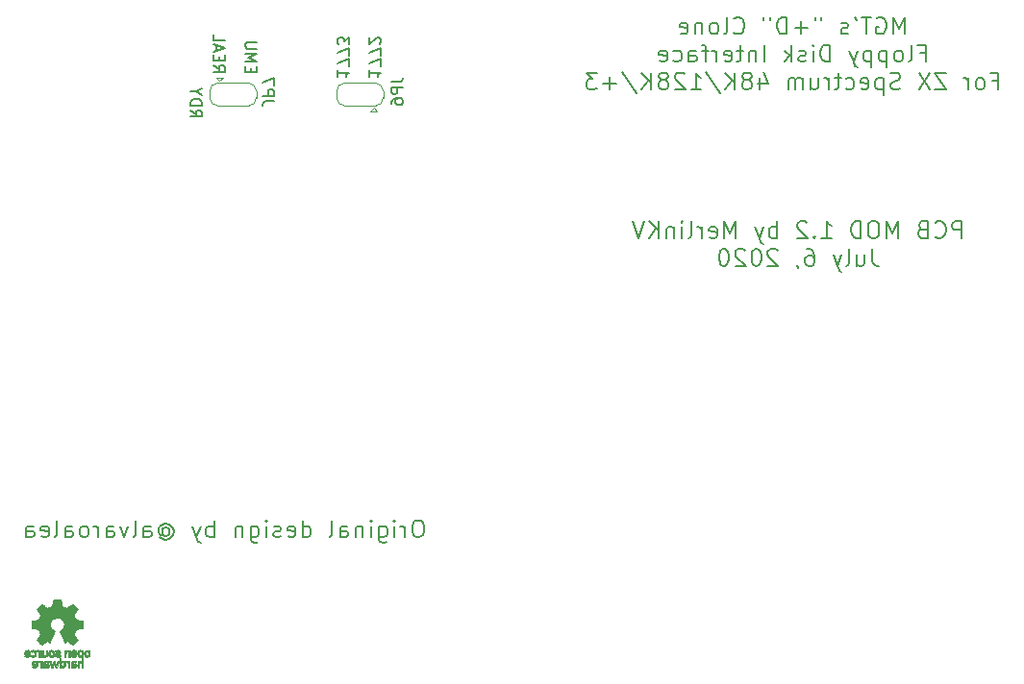
<source format=gbo>
G04 #@! TF.GenerationSoftware,KiCad,Pcbnew,(5.1.6)-1*
G04 #@! TF.CreationDate,2020-07-09T08:39:43+03:00*
G04 #@! TF.ProjectId,PlusD_Clone_MOD_1_2,506c7573-445f-4436-9c6f-6e655f4d4f44,rev?*
G04 #@! TF.SameCoordinates,Original*
G04 #@! TF.FileFunction,Legend,Bot*
G04 #@! TF.FilePolarity,Positive*
%FSLAX46Y46*%
G04 Gerber Fmt 4.6, Leading zero omitted, Abs format (unit mm)*
G04 Created by KiCad (PCBNEW (5.1.6)-1) date 2020-07-09 08:39:43*
%MOMM*%
%LPD*%
G01*
G04 APERTURE LIST*
%ADD10C,0.200000*%
%ADD11C,0.120000*%
%ADD12C,0.010000*%
%ADD13C,0.150000*%
G04 APERTURE END LIST*
D10*
X88701619Y-61833047D02*
X89177809Y-62166380D01*
X88701619Y-62404476D02*
X89701619Y-62404476D01*
X89701619Y-62023523D01*
X89654000Y-61928285D01*
X89606380Y-61880666D01*
X89511142Y-61833047D01*
X89368285Y-61833047D01*
X89273047Y-61880666D01*
X89225428Y-61928285D01*
X89177809Y-62023523D01*
X89177809Y-62404476D01*
X88701619Y-61404476D02*
X89701619Y-61404476D01*
X89701619Y-61166380D01*
X89654000Y-61023523D01*
X89558761Y-60928285D01*
X89463523Y-60880666D01*
X89273047Y-60833047D01*
X89130190Y-60833047D01*
X88939714Y-60880666D01*
X88844476Y-60928285D01*
X88749238Y-61023523D01*
X88701619Y-61166380D01*
X88701619Y-61404476D01*
X89177809Y-60214000D02*
X88701619Y-60214000D01*
X89701619Y-60547333D02*
X89177809Y-60214000D01*
X89701619Y-59880666D01*
X90733619Y-57872190D02*
X91209809Y-58205523D01*
X90733619Y-58443619D02*
X91733619Y-58443619D01*
X91733619Y-58062666D01*
X91686000Y-57967428D01*
X91638380Y-57919809D01*
X91543142Y-57872190D01*
X91400285Y-57872190D01*
X91305047Y-57919809D01*
X91257428Y-57967428D01*
X91209809Y-58062666D01*
X91209809Y-58443619D01*
X91257428Y-57443619D02*
X91257428Y-57110285D01*
X90733619Y-56967428D02*
X90733619Y-57443619D01*
X91733619Y-57443619D01*
X91733619Y-56967428D01*
X91019333Y-56586476D02*
X91019333Y-56110285D01*
X90733619Y-56681714D02*
X91733619Y-56348380D01*
X90733619Y-56015047D01*
X90733619Y-55205523D02*
X90733619Y-55681714D01*
X91733619Y-55681714D01*
X94051428Y-58459523D02*
X94051428Y-58126190D01*
X93527619Y-57983333D02*
X93527619Y-58459523D01*
X94527619Y-58459523D01*
X94527619Y-57983333D01*
X93527619Y-57554761D02*
X94527619Y-57554761D01*
X93813333Y-57221428D01*
X94527619Y-56888095D01*
X93527619Y-56888095D01*
X94527619Y-56411904D02*
X93718095Y-56411904D01*
X93622857Y-56364285D01*
X93575238Y-56316666D01*
X93527619Y-56221428D01*
X93527619Y-56030952D01*
X93575238Y-55935714D01*
X93622857Y-55888095D01*
X93718095Y-55840476D01*
X94527619Y-55840476D01*
X104449619Y-58292857D02*
X104449619Y-58864285D01*
X104449619Y-58578571D02*
X105449619Y-58578571D01*
X105306761Y-58673809D01*
X105211523Y-58769047D01*
X105163904Y-58864285D01*
X105449619Y-57959523D02*
X105449619Y-57292857D01*
X104449619Y-57721428D01*
X105449619Y-57007142D02*
X105449619Y-56340476D01*
X104449619Y-56769047D01*
X105354380Y-56007142D02*
X105402000Y-55959523D01*
X105449619Y-55864285D01*
X105449619Y-55626190D01*
X105402000Y-55530952D01*
X105354380Y-55483333D01*
X105259142Y-55435714D01*
X105163904Y-55435714D01*
X105021047Y-55483333D01*
X104449619Y-56054761D01*
X104449619Y-55435714D01*
X156632857Y-73113571D02*
X156632857Y-71613571D01*
X156061428Y-71613571D01*
X155918571Y-71685000D01*
X155847142Y-71756428D01*
X155775714Y-71899285D01*
X155775714Y-72113571D01*
X155847142Y-72256428D01*
X155918571Y-72327857D01*
X156061428Y-72399285D01*
X156632857Y-72399285D01*
X154275714Y-72970714D02*
X154347142Y-73042142D01*
X154561428Y-73113571D01*
X154704285Y-73113571D01*
X154918571Y-73042142D01*
X155061428Y-72899285D01*
X155132857Y-72756428D01*
X155204285Y-72470714D01*
X155204285Y-72256428D01*
X155132857Y-71970714D01*
X155061428Y-71827857D01*
X154918571Y-71685000D01*
X154704285Y-71613571D01*
X154561428Y-71613571D01*
X154347142Y-71685000D01*
X154275714Y-71756428D01*
X153132857Y-72327857D02*
X152918571Y-72399285D01*
X152847142Y-72470714D01*
X152775714Y-72613571D01*
X152775714Y-72827857D01*
X152847142Y-72970714D01*
X152918571Y-73042142D01*
X153061428Y-73113571D01*
X153632857Y-73113571D01*
X153632857Y-71613571D01*
X153132857Y-71613571D01*
X152990000Y-71685000D01*
X152918571Y-71756428D01*
X152847142Y-71899285D01*
X152847142Y-72042142D01*
X152918571Y-72185000D01*
X152990000Y-72256428D01*
X153132857Y-72327857D01*
X153632857Y-72327857D01*
X150990000Y-73113571D02*
X150990000Y-71613571D01*
X150490000Y-72685000D01*
X149990000Y-71613571D01*
X149990000Y-73113571D01*
X148990000Y-71613571D02*
X148704285Y-71613571D01*
X148561428Y-71685000D01*
X148418571Y-71827857D01*
X148347142Y-72113571D01*
X148347142Y-72613571D01*
X148418571Y-72899285D01*
X148561428Y-73042142D01*
X148704285Y-73113571D01*
X148990000Y-73113571D01*
X149132857Y-73042142D01*
X149275714Y-72899285D01*
X149347142Y-72613571D01*
X149347142Y-72113571D01*
X149275714Y-71827857D01*
X149132857Y-71685000D01*
X148990000Y-71613571D01*
X147704285Y-73113571D02*
X147704285Y-71613571D01*
X147347142Y-71613571D01*
X147132857Y-71685000D01*
X146990000Y-71827857D01*
X146918571Y-71970714D01*
X146847142Y-72256428D01*
X146847142Y-72470714D01*
X146918571Y-72756428D01*
X146990000Y-72899285D01*
X147132857Y-73042142D01*
X147347142Y-73113571D01*
X147704285Y-73113571D01*
X144275714Y-73113571D02*
X145132857Y-73113571D01*
X144704285Y-73113571D02*
X144704285Y-71613571D01*
X144847142Y-71827857D01*
X144990000Y-71970714D01*
X145132857Y-72042142D01*
X143632857Y-72970714D02*
X143561428Y-73042142D01*
X143632857Y-73113571D01*
X143704285Y-73042142D01*
X143632857Y-72970714D01*
X143632857Y-73113571D01*
X142990000Y-71756428D02*
X142918571Y-71685000D01*
X142775714Y-71613571D01*
X142418571Y-71613571D01*
X142275714Y-71685000D01*
X142204285Y-71756428D01*
X142132857Y-71899285D01*
X142132857Y-72042142D01*
X142204285Y-72256428D01*
X143061428Y-73113571D01*
X142132857Y-73113571D01*
X140347142Y-73113571D02*
X140347142Y-71613571D01*
X140347142Y-72185000D02*
X140204285Y-72113571D01*
X139918571Y-72113571D01*
X139775714Y-72185000D01*
X139704285Y-72256428D01*
X139632857Y-72399285D01*
X139632857Y-72827857D01*
X139704285Y-72970714D01*
X139775714Y-73042142D01*
X139918571Y-73113571D01*
X140204285Y-73113571D01*
X140347142Y-73042142D01*
X139132857Y-72113571D02*
X138775714Y-73113571D01*
X138418571Y-72113571D02*
X138775714Y-73113571D01*
X138918571Y-73470714D01*
X138990000Y-73542142D01*
X139132857Y-73613571D01*
X136704285Y-73113571D02*
X136704285Y-71613571D01*
X136204285Y-72685000D01*
X135704285Y-71613571D01*
X135704285Y-73113571D01*
X134418571Y-73042142D02*
X134561428Y-73113571D01*
X134847142Y-73113571D01*
X134990000Y-73042142D01*
X135061428Y-72899285D01*
X135061428Y-72327857D01*
X134990000Y-72185000D01*
X134847142Y-72113571D01*
X134561428Y-72113571D01*
X134418571Y-72185000D01*
X134347142Y-72327857D01*
X134347142Y-72470714D01*
X135061428Y-72613571D01*
X133704285Y-73113571D02*
X133704285Y-72113571D01*
X133704285Y-72399285D02*
X133632857Y-72256428D01*
X133561428Y-72185000D01*
X133418571Y-72113571D01*
X133275714Y-72113571D01*
X132561428Y-73113571D02*
X132704285Y-73042142D01*
X132775714Y-72899285D01*
X132775714Y-71613571D01*
X131990000Y-73113571D02*
X131990000Y-72113571D01*
X131990000Y-71613571D02*
X132061428Y-71685000D01*
X131990000Y-71756428D01*
X131918571Y-71685000D01*
X131990000Y-71613571D01*
X131990000Y-71756428D01*
X131275714Y-72113571D02*
X131275714Y-73113571D01*
X131275714Y-72256428D02*
X131204285Y-72185000D01*
X131061428Y-72113571D01*
X130847142Y-72113571D01*
X130704285Y-72185000D01*
X130632857Y-72327857D01*
X130632857Y-73113571D01*
X129918571Y-73113571D02*
X129918571Y-71613571D01*
X129061428Y-73113571D02*
X129704285Y-72256428D01*
X129061428Y-71613571D02*
X129918571Y-72470714D01*
X128632857Y-71613571D02*
X128132857Y-73113571D01*
X127632857Y-71613571D01*
X148740000Y-74063571D02*
X148740000Y-75135000D01*
X148811428Y-75349285D01*
X148954285Y-75492142D01*
X149168571Y-75563571D01*
X149311428Y-75563571D01*
X147382857Y-74563571D02*
X147382857Y-75563571D01*
X148025714Y-74563571D02*
X148025714Y-75349285D01*
X147954285Y-75492142D01*
X147811428Y-75563571D01*
X147597142Y-75563571D01*
X147454285Y-75492142D01*
X147382857Y-75420714D01*
X146454285Y-75563571D02*
X146597142Y-75492142D01*
X146668571Y-75349285D01*
X146668571Y-74063571D01*
X146025714Y-74563571D02*
X145668571Y-75563571D01*
X145311428Y-74563571D02*
X145668571Y-75563571D01*
X145811428Y-75920714D01*
X145882857Y-75992142D01*
X146025714Y-76063571D01*
X142954285Y-74063571D02*
X143240000Y-74063571D01*
X143382857Y-74135000D01*
X143454285Y-74206428D01*
X143597142Y-74420714D01*
X143668571Y-74706428D01*
X143668571Y-75277857D01*
X143597142Y-75420714D01*
X143525714Y-75492142D01*
X143382857Y-75563571D01*
X143097142Y-75563571D01*
X142954285Y-75492142D01*
X142882857Y-75420714D01*
X142811428Y-75277857D01*
X142811428Y-74920714D01*
X142882857Y-74777857D01*
X142954285Y-74706428D01*
X143097142Y-74635000D01*
X143382857Y-74635000D01*
X143525714Y-74706428D01*
X143597142Y-74777857D01*
X143668571Y-74920714D01*
X142097142Y-75492142D02*
X142097142Y-75563571D01*
X142168571Y-75706428D01*
X142240000Y-75777857D01*
X140382857Y-74206428D02*
X140311428Y-74135000D01*
X140168571Y-74063571D01*
X139811428Y-74063571D01*
X139668571Y-74135000D01*
X139597142Y-74206428D01*
X139525714Y-74349285D01*
X139525714Y-74492142D01*
X139597142Y-74706428D01*
X140454285Y-75563571D01*
X139525714Y-75563571D01*
X138597142Y-74063571D02*
X138454285Y-74063571D01*
X138311428Y-74135000D01*
X138240000Y-74206428D01*
X138168571Y-74349285D01*
X138097142Y-74635000D01*
X138097142Y-74992142D01*
X138168571Y-75277857D01*
X138240000Y-75420714D01*
X138311428Y-75492142D01*
X138454285Y-75563571D01*
X138597142Y-75563571D01*
X138740000Y-75492142D01*
X138811428Y-75420714D01*
X138882857Y-75277857D01*
X138954285Y-74992142D01*
X138954285Y-74635000D01*
X138882857Y-74349285D01*
X138811428Y-74206428D01*
X138740000Y-74135000D01*
X138597142Y-74063571D01*
X137525714Y-74206428D02*
X137454285Y-74135000D01*
X137311428Y-74063571D01*
X136954285Y-74063571D01*
X136811428Y-74135000D01*
X136740000Y-74206428D01*
X136668571Y-74349285D01*
X136668571Y-74492142D01*
X136740000Y-74706428D01*
X137597142Y-75563571D01*
X136668571Y-75563571D01*
X135740000Y-74063571D02*
X135597142Y-74063571D01*
X135454285Y-74135000D01*
X135382857Y-74206428D01*
X135311428Y-74349285D01*
X135240000Y-74635000D01*
X135240000Y-74992142D01*
X135311428Y-75277857D01*
X135382857Y-75420714D01*
X135454285Y-75492142D01*
X135597142Y-75563571D01*
X135740000Y-75563571D01*
X135882857Y-75492142D01*
X135954285Y-75420714D01*
X136025714Y-75277857D01*
X136097142Y-74992142D01*
X136097142Y-74635000D01*
X136025714Y-74349285D01*
X135954285Y-74206428D01*
X135882857Y-74135000D01*
X135740000Y-74063571D01*
X101655619Y-58292857D02*
X101655619Y-58864285D01*
X101655619Y-58578571D02*
X102655619Y-58578571D01*
X102512761Y-58673809D01*
X102417523Y-58769047D01*
X102369904Y-58864285D01*
X102655619Y-57959523D02*
X102655619Y-57292857D01*
X101655619Y-57721428D01*
X102655619Y-57007142D02*
X102655619Y-56340476D01*
X101655619Y-56769047D01*
X102655619Y-56054761D02*
X102655619Y-55435714D01*
X102274666Y-55769047D01*
X102274666Y-55626190D01*
X102227047Y-55530952D01*
X102179428Y-55483333D01*
X102084190Y-55435714D01*
X101846095Y-55435714D01*
X101750857Y-55483333D01*
X101703238Y-55530952D01*
X101655619Y-55626190D01*
X101655619Y-55911904D01*
X101703238Y-56007142D01*
X101750857Y-56054761D01*
X108872571Y-97984571D02*
X108586857Y-97984571D01*
X108444000Y-98056000D01*
X108301142Y-98198857D01*
X108229714Y-98484571D01*
X108229714Y-98984571D01*
X108301142Y-99270285D01*
X108444000Y-99413142D01*
X108586857Y-99484571D01*
X108872571Y-99484571D01*
X109015428Y-99413142D01*
X109158285Y-99270285D01*
X109229714Y-98984571D01*
X109229714Y-98484571D01*
X109158285Y-98198857D01*
X109015428Y-98056000D01*
X108872571Y-97984571D01*
X107586857Y-99484571D02*
X107586857Y-98484571D01*
X107586857Y-98770285D02*
X107515428Y-98627428D01*
X107444000Y-98556000D01*
X107301142Y-98484571D01*
X107158285Y-98484571D01*
X106658285Y-99484571D02*
X106658285Y-98484571D01*
X106658285Y-97984571D02*
X106729714Y-98056000D01*
X106658285Y-98127428D01*
X106586857Y-98056000D01*
X106658285Y-97984571D01*
X106658285Y-98127428D01*
X105301142Y-98484571D02*
X105301142Y-99698857D01*
X105372571Y-99841714D01*
X105444000Y-99913142D01*
X105586857Y-99984571D01*
X105801142Y-99984571D01*
X105944000Y-99913142D01*
X105301142Y-99413142D02*
X105444000Y-99484571D01*
X105729714Y-99484571D01*
X105872571Y-99413142D01*
X105944000Y-99341714D01*
X106015428Y-99198857D01*
X106015428Y-98770285D01*
X105944000Y-98627428D01*
X105872571Y-98556000D01*
X105729714Y-98484571D01*
X105444000Y-98484571D01*
X105301142Y-98556000D01*
X104586857Y-99484571D02*
X104586857Y-98484571D01*
X104586857Y-97984571D02*
X104658285Y-98056000D01*
X104586857Y-98127428D01*
X104515428Y-98056000D01*
X104586857Y-97984571D01*
X104586857Y-98127428D01*
X103872571Y-98484571D02*
X103872571Y-99484571D01*
X103872571Y-98627428D02*
X103801142Y-98556000D01*
X103658285Y-98484571D01*
X103444000Y-98484571D01*
X103301142Y-98556000D01*
X103229714Y-98698857D01*
X103229714Y-99484571D01*
X101872571Y-99484571D02*
X101872571Y-98698857D01*
X101944000Y-98556000D01*
X102086857Y-98484571D01*
X102372571Y-98484571D01*
X102515428Y-98556000D01*
X101872571Y-99413142D02*
X102015428Y-99484571D01*
X102372571Y-99484571D01*
X102515428Y-99413142D01*
X102586857Y-99270285D01*
X102586857Y-99127428D01*
X102515428Y-98984571D01*
X102372571Y-98913142D01*
X102015428Y-98913142D01*
X101872571Y-98841714D01*
X100944000Y-99484571D02*
X101086857Y-99413142D01*
X101158285Y-99270285D01*
X101158285Y-97984571D01*
X98586857Y-99484571D02*
X98586857Y-97984571D01*
X98586857Y-99413142D02*
X98729714Y-99484571D01*
X99015428Y-99484571D01*
X99158285Y-99413142D01*
X99229714Y-99341714D01*
X99301142Y-99198857D01*
X99301142Y-98770285D01*
X99229714Y-98627428D01*
X99158285Y-98556000D01*
X99015428Y-98484571D01*
X98729714Y-98484571D01*
X98586857Y-98556000D01*
X97301142Y-99413142D02*
X97444000Y-99484571D01*
X97729714Y-99484571D01*
X97872571Y-99413142D01*
X97944000Y-99270285D01*
X97944000Y-98698857D01*
X97872571Y-98556000D01*
X97729714Y-98484571D01*
X97444000Y-98484571D01*
X97301142Y-98556000D01*
X97229714Y-98698857D01*
X97229714Y-98841714D01*
X97944000Y-98984571D01*
X96658285Y-99413142D02*
X96515428Y-99484571D01*
X96229714Y-99484571D01*
X96086857Y-99413142D01*
X96015428Y-99270285D01*
X96015428Y-99198857D01*
X96086857Y-99056000D01*
X96229714Y-98984571D01*
X96444000Y-98984571D01*
X96586857Y-98913142D01*
X96658285Y-98770285D01*
X96658285Y-98698857D01*
X96586857Y-98556000D01*
X96444000Y-98484571D01*
X96229714Y-98484571D01*
X96086857Y-98556000D01*
X95372571Y-99484571D02*
X95372571Y-98484571D01*
X95372571Y-97984571D02*
X95444000Y-98056000D01*
X95372571Y-98127428D01*
X95301142Y-98056000D01*
X95372571Y-97984571D01*
X95372571Y-98127428D01*
X94015428Y-98484571D02*
X94015428Y-99698857D01*
X94086857Y-99841714D01*
X94158285Y-99913142D01*
X94301142Y-99984571D01*
X94515428Y-99984571D01*
X94658285Y-99913142D01*
X94015428Y-99413142D02*
X94158285Y-99484571D01*
X94444000Y-99484571D01*
X94586857Y-99413142D01*
X94658285Y-99341714D01*
X94729714Y-99198857D01*
X94729714Y-98770285D01*
X94658285Y-98627428D01*
X94586857Y-98556000D01*
X94444000Y-98484571D01*
X94158285Y-98484571D01*
X94015428Y-98556000D01*
X93301142Y-98484571D02*
X93301142Y-99484571D01*
X93301142Y-98627428D02*
X93229714Y-98556000D01*
X93086857Y-98484571D01*
X92872571Y-98484571D01*
X92729714Y-98556000D01*
X92658285Y-98698857D01*
X92658285Y-99484571D01*
X90801142Y-99484571D02*
X90801142Y-97984571D01*
X90801142Y-98556000D02*
X90658285Y-98484571D01*
X90372571Y-98484571D01*
X90229714Y-98556000D01*
X90158285Y-98627428D01*
X90086857Y-98770285D01*
X90086857Y-99198857D01*
X90158285Y-99341714D01*
X90229714Y-99413142D01*
X90372571Y-99484571D01*
X90658285Y-99484571D01*
X90801142Y-99413142D01*
X89586857Y-98484571D02*
X89229714Y-99484571D01*
X88872571Y-98484571D02*
X89229714Y-99484571D01*
X89372571Y-99841714D01*
X89444000Y-99913142D01*
X89586857Y-99984571D01*
X86229714Y-98770285D02*
X86301142Y-98698857D01*
X86444000Y-98627428D01*
X86586857Y-98627428D01*
X86729714Y-98698857D01*
X86801142Y-98770285D01*
X86872571Y-98913142D01*
X86872571Y-99056000D01*
X86801142Y-99198857D01*
X86729714Y-99270285D01*
X86586857Y-99341714D01*
X86444000Y-99341714D01*
X86301142Y-99270285D01*
X86229714Y-99198857D01*
X86229714Y-98627428D02*
X86229714Y-99198857D01*
X86158285Y-99270285D01*
X86086857Y-99270285D01*
X85944000Y-99198857D01*
X85872571Y-99056000D01*
X85872571Y-98698857D01*
X86015428Y-98484571D01*
X86229714Y-98341714D01*
X86515428Y-98270285D01*
X86801142Y-98341714D01*
X87015428Y-98484571D01*
X87158285Y-98698857D01*
X87229714Y-98984571D01*
X87158285Y-99270285D01*
X87015428Y-99484571D01*
X86801142Y-99627428D01*
X86515428Y-99698857D01*
X86229714Y-99627428D01*
X86015428Y-99484571D01*
X84586857Y-99484571D02*
X84586857Y-98698857D01*
X84658285Y-98556000D01*
X84801142Y-98484571D01*
X85086857Y-98484571D01*
X85229714Y-98556000D01*
X84586857Y-99413142D02*
X84729714Y-99484571D01*
X85086857Y-99484571D01*
X85229714Y-99413142D01*
X85301142Y-99270285D01*
X85301142Y-99127428D01*
X85229714Y-98984571D01*
X85086857Y-98913142D01*
X84729714Y-98913142D01*
X84586857Y-98841714D01*
X83658285Y-99484571D02*
X83801142Y-99413142D01*
X83872571Y-99270285D01*
X83872571Y-97984571D01*
X83229714Y-98484571D02*
X82872571Y-99484571D01*
X82515428Y-98484571D01*
X81301142Y-99484571D02*
X81301142Y-98698857D01*
X81372571Y-98556000D01*
X81515428Y-98484571D01*
X81801142Y-98484571D01*
X81944000Y-98556000D01*
X81301142Y-99413142D02*
X81444000Y-99484571D01*
X81801142Y-99484571D01*
X81944000Y-99413142D01*
X82015428Y-99270285D01*
X82015428Y-99127428D01*
X81944000Y-98984571D01*
X81801142Y-98913142D01*
X81444000Y-98913142D01*
X81301142Y-98841714D01*
X80586857Y-99484571D02*
X80586857Y-98484571D01*
X80586857Y-98770285D02*
X80515428Y-98627428D01*
X80444000Y-98556000D01*
X80301142Y-98484571D01*
X80158285Y-98484571D01*
X79444000Y-99484571D02*
X79586857Y-99413142D01*
X79658285Y-99341714D01*
X79729714Y-99198857D01*
X79729714Y-98770285D01*
X79658285Y-98627428D01*
X79586857Y-98556000D01*
X79444000Y-98484571D01*
X79229714Y-98484571D01*
X79086857Y-98556000D01*
X79015428Y-98627428D01*
X78944000Y-98770285D01*
X78944000Y-99198857D01*
X79015428Y-99341714D01*
X79086857Y-99413142D01*
X79229714Y-99484571D01*
X79444000Y-99484571D01*
X77658285Y-99484571D02*
X77658285Y-98698857D01*
X77729714Y-98556000D01*
X77872571Y-98484571D01*
X78158285Y-98484571D01*
X78301142Y-98556000D01*
X77658285Y-99413142D02*
X77801142Y-99484571D01*
X78158285Y-99484571D01*
X78301142Y-99413142D01*
X78372571Y-99270285D01*
X78372571Y-99127428D01*
X78301142Y-98984571D01*
X78158285Y-98913142D01*
X77801142Y-98913142D01*
X77658285Y-98841714D01*
X76729714Y-99484571D02*
X76872571Y-99413142D01*
X76944000Y-99270285D01*
X76944000Y-97984571D01*
X75586857Y-99413142D02*
X75729714Y-99484571D01*
X76015428Y-99484571D01*
X76158285Y-99413142D01*
X76229714Y-99270285D01*
X76229714Y-98698857D01*
X76158285Y-98556000D01*
X76015428Y-98484571D01*
X75729714Y-98484571D01*
X75586857Y-98556000D01*
X75515428Y-98698857D01*
X75515428Y-98841714D01*
X76229714Y-98984571D01*
X74229714Y-99484571D02*
X74229714Y-98698857D01*
X74301142Y-98556000D01*
X74444000Y-98484571D01*
X74729714Y-98484571D01*
X74872571Y-98556000D01*
X74229714Y-99413142D02*
X74372571Y-99484571D01*
X74729714Y-99484571D01*
X74872571Y-99413142D01*
X74944000Y-99270285D01*
X74944000Y-99127428D01*
X74872571Y-98984571D01*
X74729714Y-98913142D01*
X74372571Y-98913142D01*
X74229714Y-98841714D01*
X151624857Y-55124571D02*
X151624857Y-53624571D01*
X151124857Y-54696000D01*
X150624857Y-53624571D01*
X150624857Y-55124571D01*
X149124857Y-53696000D02*
X149267714Y-53624571D01*
X149482000Y-53624571D01*
X149696285Y-53696000D01*
X149839142Y-53838857D01*
X149910571Y-53981714D01*
X149982000Y-54267428D01*
X149982000Y-54481714D01*
X149910571Y-54767428D01*
X149839142Y-54910285D01*
X149696285Y-55053142D01*
X149482000Y-55124571D01*
X149339142Y-55124571D01*
X149124857Y-55053142D01*
X149053428Y-54981714D01*
X149053428Y-54481714D01*
X149339142Y-54481714D01*
X148624857Y-53624571D02*
X147767714Y-53624571D01*
X148196285Y-55124571D02*
X148196285Y-53624571D01*
X147196285Y-53624571D02*
X147339142Y-53910285D01*
X146624857Y-55053142D02*
X146482000Y-55124571D01*
X146196285Y-55124571D01*
X146053428Y-55053142D01*
X145982000Y-54910285D01*
X145982000Y-54838857D01*
X146053428Y-54696000D01*
X146196285Y-54624571D01*
X146410571Y-54624571D01*
X146553428Y-54553142D01*
X146624857Y-54410285D01*
X146624857Y-54338857D01*
X146553428Y-54196000D01*
X146410571Y-54124571D01*
X146196285Y-54124571D01*
X146053428Y-54196000D01*
X144267714Y-53624571D02*
X144267714Y-53910285D01*
X143696285Y-53624571D02*
X143696285Y-53910285D01*
X143053428Y-54553142D02*
X141910571Y-54553142D01*
X142482000Y-55124571D02*
X142482000Y-53981714D01*
X141196285Y-55124571D02*
X141196285Y-53624571D01*
X140839142Y-53624571D01*
X140624857Y-53696000D01*
X140482000Y-53838857D01*
X140410571Y-53981714D01*
X140339142Y-54267428D01*
X140339142Y-54481714D01*
X140410571Y-54767428D01*
X140482000Y-54910285D01*
X140624857Y-55053142D01*
X140839142Y-55124571D01*
X141196285Y-55124571D01*
X139767714Y-53624571D02*
X139767714Y-53910285D01*
X139196285Y-53624571D02*
X139196285Y-53910285D01*
X136553428Y-54981714D02*
X136624857Y-55053142D01*
X136839142Y-55124571D01*
X136982000Y-55124571D01*
X137196285Y-55053142D01*
X137339142Y-54910285D01*
X137410571Y-54767428D01*
X137482000Y-54481714D01*
X137482000Y-54267428D01*
X137410571Y-53981714D01*
X137339142Y-53838857D01*
X137196285Y-53696000D01*
X136982000Y-53624571D01*
X136839142Y-53624571D01*
X136624857Y-53696000D01*
X136553428Y-53767428D01*
X135696285Y-55124571D02*
X135839142Y-55053142D01*
X135910571Y-54910285D01*
X135910571Y-53624571D01*
X134910571Y-55124571D02*
X135053428Y-55053142D01*
X135124857Y-54981714D01*
X135196285Y-54838857D01*
X135196285Y-54410285D01*
X135124857Y-54267428D01*
X135053428Y-54196000D01*
X134910571Y-54124571D01*
X134696285Y-54124571D01*
X134553428Y-54196000D01*
X134482000Y-54267428D01*
X134410571Y-54410285D01*
X134410571Y-54838857D01*
X134482000Y-54981714D01*
X134553428Y-55053142D01*
X134696285Y-55124571D01*
X134910571Y-55124571D01*
X133767714Y-54124571D02*
X133767714Y-55124571D01*
X133767714Y-54267428D02*
X133696285Y-54196000D01*
X133553428Y-54124571D01*
X133339142Y-54124571D01*
X133196285Y-54196000D01*
X133124857Y-54338857D01*
X133124857Y-55124571D01*
X131839142Y-55053142D02*
X131982000Y-55124571D01*
X132267714Y-55124571D01*
X132410571Y-55053142D01*
X132482000Y-54910285D01*
X132482000Y-54338857D01*
X132410571Y-54196000D01*
X132267714Y-54124571D01*
X131982000Y-54124571D01*
X131839142Y-54196000D01*
X131767714Y-54338857D01*
X131767714Y-54481714D01*
X132482000Y-54624571D01*
X152946285Y-56788857D02*
X153446285Y-56788857D01*
X153446285Y-57574571D02*
X153446285Y-56074571D01*
X152732000Y-56074571D01*
X151946285Y-57574571D02*
X152089142Y-57503142D01*
X152160571Y-57360285D01*
X152160571Y-56074571D01*
X151160571Y-57574571D02*
X151303428Y-57503142D01*
X151374857Y-57431714D01*
X151446285Y-57288857D01*
X151446285Y-56860285D01*
X151374857Y-56717428D01*
X151303428Y-56646000D01*
X151160571Y-56574571D01*
X150946285Y-56574571D01*
X150803428Y-56646000D01*
X150732000Y-56717428D01*
X150660571Y-56860285D01*
X150660571Y-57288857D01*
X150732000Y-57431714D01*
X150803428Y-57503142D01*
X150946285Y-57574571D01*
X151160571Y-57574571D01*
X150017714Y-56574571D02*
X150017714Y-58074571D01*
X150017714Y-56646000D02*
X149874857Y-56574571D01*
X149589142Y-56574571D01*
X149446285Y-56646000D01*
X149374857Y-56717428D01*
X149303428Y-56860285D01*
X149303428Y-57288857D01*
X149374857Y-57431714D01*
X149446285Y-57503142D01*
X149589142Y-57574571D01*
X149874857Y-57574571D01*
X150017714Y-57503142D01*
X148660571Y-56574571D02*
X148660571Y-58074571D01*
X148660571Y-56646000D02*
X148517714Y-56574571D01*
X148232000Y-56574571D01*
X148089142Y-56646000D01*
X148017714Y-56717428D01*
X147946285Y-56860285D01*
X147946285Y-57288857D01*
X148017714Y-57431714D01*
X148089142Y-57503142D01*
X148232000Y-57574571D01*
X148517714Y-57574571D01*
X148660571Y-57503142D01*
X147446285Y-56574571D02*
X147089142Y-57574571D01*
X146732000Y-56574571D02*
X147089142Y-57574571D01*
X147232000Y-57931714D01*
X147303428Y-58003142D01*
X147446285Y-58074571D01*
X145017714Y-57574571D02*
X145017714Y-56074571D01*
X144660571Y-56074571D01*
X144446285Y-56146000D01*
X144303428Y-56288857D01*
X144232000Y-56431714D01*
X144160571Y-56717428D01*
X144160571Y-56931714D01*
X144232000Y-57217428D01*
X144303428Y-57360285D01*
X144446285Y-57503142D01*
X144660571Y-57574571D01*
X145017714Y-57574571D01*
X143517714Y-57574571D02*
X143517714Y-56574571D01*
X143517714Y-56074571D02*
X143589142Y-56146000D01*
X143517714Y-56217428D01*
X143446285Y-56146000D01*
X143517714Y-56074571D01*
X143517714Y-56217428D01*
X142874857Y-57503142D02*
X142732000Y-57574571D01*
X142446285Y-57574571D01*
X142303428Y-57503142D01*
X142232000Y-57360285D01*
X142232000Y-57288857D01*
X142303428Y-57146000D01*
X142446285Y-57074571D01*
X142660571Y-57074571D01*
X142803428Y-57003142D01*
X142874857Y-56860285D01*
X142874857Y-56788857D01*
X142803428Y-56646000D01*
X142660571Y-56574571D01*
X142446285Y-56574571D01*
X142303428Y-56646000D01*
X141589142Y-57574571D02*
X141589142Y-56074571D01*
X141446285Y-57003142D02*
X141017714Y-57574571D01*
X141017714Y-56574571D02*
X141589142Y-57146000D01*
X139232000Y-57574571D02*
X139232000Y-56074571D01*
X138517714Y-56574571D02*
X138517714Y-57574571D01*
X138517714Y-56717428D02*
X138446285Y-56646000D01*
X138303428Y-56574571D01*
X138089142Y-56574571D01*
X137946285Y-56646000D01*
X137874857Y-56788857D01*
X137874857Y-57574571D01*
X137374857Y-56574571D02*
X136803428Y-56574571D01*
X137160571Y-56074571D02*
X137160571Y-57360285D01*
X137089142Y-57503142D01*
X136946285Y-57574571D01*
X136803428Y-57574571D01*
X135732000Y-57503142D02*
X135874857Y-57574571D01*
X136160571Y-57574571D01*
X136303428Y-57503142D01*
X136374857Y-57360285D01*
X136374857Y-56788857D01*
X136303428Y-56646000D01*
X136160571Y-56574571D01*
X135874857Y-56574571D01*
X135732000Y-56646000D01*
X135660571Y-56788857D01*
X135660571Y-56931714D01*
X136374857Y-57074571D01*
X135017714Y-57574571D02*
X135017714Y-56574571D01*
X135017714Y-56860285D02*
X134946285Y-56717428D01*
X134874857Y-56646000D01*
X134732000Y-56574571D01*
X134589142Y-56574571D01*
X134303428Y-56574571D02*
X133732000Y-56574571D01*
X134089142Y-57574571D02*
X134089142Y-56288857D01*
X134017714Y-56146000D01*
X133874857Y-56074571D01*
X133732000Y-56074571D01*
X132589142Y-57574571D02*
X132589142Y-56788857D01*
X132660571Y-56646000D01*
X132803428Y-56574571D01*
X133089142Y-56574571D01*
X133232000Y-56646000D01*
X132589142Y-57503142D02*
X132732000Y-57574571D01*
X133089142Y-57574571D01*
X133232000Y-57503142D01*
X133303428Y-57360285D01*
X133303428Y-57217428D01*
X133232000Y-57074571D01*
X133089142Y-57003142D01*
X132732000Y-57003142D01*
X132589142Y-56931714D01*
X131232000Y-57503142D02*
X131374857Y-57574571D01*
X131660571Y-57574571D01*
X131803428Y-57503142D01*
X131874857Y-57431714D01*
X131946285Y-57288857D01*
X131946285Y-56860285D01*
X131874857Y-56717428D01*
X131803428Y-56646000D01*
X131660571Y-56574571D01*
X131374857Y-56574571D01*
X131232000Y-56646000D01*
X130017714Y-57503142D02*
X130160571Y-57574571D01*
X130446285Y-57574571D01*
X130589142Y-57503142D01*
X130660571Y-57360285D01*
X130660571Y-56788857D01*
X130589142Y-56646000D01*
X130446285Y-56574571D01*
X130160571Y-56574571D01*
X130017714Y-56646000D01*
X129946285Y-56788857D01*
X129946285Y-56931714D01*
X130660571Y-57074571D01*
X159339142Y-59238857D02*
X159839142Y-59238857D01*
X159839142Y-60024571D02*
X159839142Y-58524571D01*
X159124857Y-58524571D01*
X158339142Y-60024571D02*
X158482000Y-59953142D01*
X158553428Y-59881714D01*
X158624857Y-59738857D01*
X158624857Y-59310285D01*
X158553428Y-59167428D01*
X158482000Y-59096000D01*
X158339142Y-59024571D01*
X158124857Y-59024571D01*
X157982000Y-59096000D01*
X157910571Y-59167428D01*
X157839142Y-59310285D01*
X157839142Y-59738857D01*
X157910571Y-59881714D01*
X157982000Y-59953142D01*
X158124857Y-60024571D01*
X158339142Y-60024571D01*
X157196285Y-60024571D02*
X157196285Y-59024571D01*
X157196285Y-59310285D02*
X157124857Y-59167428D01*
X157053428Y-59096000D01*
X156910571Y-59024571D01*
X156767714Y-59024571D01*
X155267714Y-58524571D02*
X154267714Y-58524571D01*
X155267714Y-60024571D01*
X154267714Y-60024571D01*
X153839142Y-58524571D02*
X152839142Y-60024571D01*
X152839142Y-58524571D02*
X153839142Y-60024571D01*
X151196285Y-59953142D02*
X150982000Y-60024571D01*
X150624857Y-60024571D01*
X150482000Y-59953142D01*
X150410571Y-59881714D01*
X150339142Y-59738857D01*
X150339142Y-59596000D01*
X150410571Y-59453142D01*
X150482000Y-59381714D01*
X150624857Y-59310285D01*
X150910571Y-59238857D01*
X151053428Y-59167428D01*
X151124857Y-59096000D01*
X151196285Y-58953142D01*
X151196285Y-58810285D01*
X151124857Y-58667428D01*
X151053428Y-58596000D01*
X150910571Y-58524571D01*
X150553428Y-58524571D01*
X150339142Y-58596000D01*
X149696285Y-59024571D02*
X149696285Y-60524571D01*
X149696285Y-59096000D02*
X149553428Y-59024571D01*
X149267714Y-59024571D01*
X149124857Y-59096000D01*
X149053428Y-59167428D01*
X148982000Y-59310285D01*
X148982000Y-59738857D01*
X149053428Y-59881714D01*
X149124857Y-59953142D01*
X149267714Y-60024571D01*
X149553428Y-60024571D01*
X149696285Y-59953142D01*
X147767714Y-59953142D02*
X147910571Y-60024571D01*
X148196285Y-60024571D01*
X148339142Y-59953142D01*
X148410571Y-59810285D01*
X148410571Y-59238857D01*
X148339142Y-59096000D01*
X148196285Y-59024571D01*
X147910571Y-59024571D01*
X147767714Y-59096000D01*
X147696285Y-59238857D01*
X147696285Y-59381714D01*
X148410571Y-59524571D01*
X146410571Y-59953142D02*
X146553428Y-60024571D01*
X146839142Y-60024571D01*
X146982000Y-59953142D01*
X147053428Y-59881714D01*
X147124857Y-59738857D01*
X147124857Y-59310285D01*
X147053428Y-59167428D01*
X146982000Y-59096000D01*
X146839142Y-59024571D01*
X146553428Y-59024571D01*
X146410571Y-59096000D01*
X145982000Y-59024571D02*
X145410571Y-59024571D01*
X145767714Y-58524571D02*
X145767714Y-59810285D01*
X145696285Y-59953142D01*
X145553428Y-60024571D01*
X145410571Y-60024571D01*
X144910571Y-60024571D02*
X144910571Y-59024571D01*
X144910571Y-59310285D02*
X144839142Y-59167428D01*
X144767714Y-59096000D01*
X144624857Y-59024571D01*
X144482000Y-59024571D01*
X143339142Y-59024571D02*
X143339142Y-60024571D01*
X143982000Y-59024571D02*
X143982000Y-59810285D01*
X143910571Y-59953142D01*
X143767714Y-60024571D01*
X143553428Y-60024571D01*
X143410571Y-59953142D01*
X143339142Y-59881714D01*
X142624857Y-60024571D02*
X142624857Y-59024571D01*
X142624857Y-59167428D02*
X142553428Y-59096000D01*
X142410571Y-59024571D01*
X142196285Y-59024571D01*
X142053428Y-59096000D01*
X141982000Y-59238857D01*
X141982000Y-60024571D01*
X141982000Y-59238857D02*
X141910571Y-59096000D01*
X141767714Y-59024571D01*
X141553428Y-59024571D01*
X141410571Y-59096000D01*
X141339142Y-59238857D01*
X141339142Y-60024571D01*
X138839142Y-59024571D02*
X138839142Y-60024571D01*
X139196285Y-58453142D02*
X139553428Y-59524571D01*
X138624857Y-59524571D01*
X137839142Y-59167428D02*
X137982000Y-59096000D01*
X138053428Y-59024571D01*
X138124857Y-58881714D01*
X138124857Y-58810285D01*
X138053428Y-58667428D01*
X137982000Y-58596000D01*
X137839142Y-58524571D01*
X137553428Y-58524571D01*
X137410571Y-58596000D01*
X137339142Y-58667428D01*
X137267714Y-58810285D01*
X137267714Y-58881714D01*
X137339142Y-59024571D01*
X137410571Y-59096000D01*
X137553428Y-59167428D01*
X137839142Y-59167428D01*
X137982000Y-59238857D01*
X138053428Y-59310285D01*
X138124857Y-59453142D01*
X138124857Y-59738857D01*
X138053428Y-59881714D01*
X137982000Y-59953142D01*
X137839142Y-60024571D01*
X137553428Y-60024571D01*
X137410571Y-59953142D01*
X137339142Y-59881714D01*
X137267714Y-59738857D01*
X137267714Y-59453142D01*
X137339142Y-59310285D01*
X137410571Y-59238857D01*
X137553428Y-59167428D01*
X136624857Y-60024571D02*
X136624857Y-58524571D01*
X135767714Y-60024571D02*
X136410571Y-59167428D01*
X135767714Y-58524571D02*
X136624857Y-59381714D01*
X134053428Y-58453142D02*
X135339142Y-60381714D01*
X132767714Y-60024571D02*
X133624857Y-60024571D01*
X133196285Y-60024571D02*
X133196285Y-58524571D01*
X133339142Y-58738857D01*
X133482000Y-58881714D01*
X133624857Y-58953142D01*
X132196285Y-58667428D02*
X132124857Y-58596000D01*
X131982000Y-58524571D01*
X131624857Y-58524571D01*
X131482000Y-58596000D01*
X131410571Y-58667428D01*
X131339142Y-58810285D01*
X131339142Y-58953142D01*
X131410571Y-59167428D01*
X132267714Y-60024571D01*
X131339142Y-60024571D01*
X130482000Y-59167428D02*
X130624857Y-59096000D01*
X130696285Y-59024571D01*
X130767714Y-58881714D01*
X130767714Y-58810285D01*
X130696285Y-58667428D01*
X130624857Y-58596000D01*
X130482000Y-58524571D01*
X130196285Y-58524571D01*
X130053428Y-58596000D01*
X129982000Y-58667428D01*
X129910571Y-58810285D01*
X129910571Y-58881714D01*
X129982000Y-59024571D01*
X130053428Y-59096000D01*
X130196285Y-59167428D01*
X130482000Y-59167428D01*
X130624857Y-59238857D01*
X130696285Y-59310285D01*
X130767714Y-59453142D01*
X130767714Y-59738857D01*
X130696285Y-59881714D01*
X130624857Y-59953142D01*
X130482000Y-60024571D01*
X130196285Y-60024571D01*
X130053428Y-59953142D01*
X129982000Y-59881714D01*
X129910571Y-59738857D01*
X129910571Y-59453142D01*
X129982000Y-59310285D01*
X130053428Y-59238857D01*
X130196285Y-59167428D01*
X129267714Y-60024571D02*
X129267714Y-58524571D01*
X128410571Y-60024571D02*
X129053428Y-59167428D01*
X128410571Y-58524571D02*
X129267714Y-59381714D01*
X126696285Y-58453142D02*
X127982000Y-60381714D01*
X126196285Y-59453142D02*
X125053428Y-59453142D01*
X125624857Y-60024571D02*
X125624857Y-58881714D01*
X124482000Y-58524571D02*
X123553428Y-58524571D01*
X124053428Y-59096000D01*
X123839142Y-59096000D01*
X123696285Y-59167428D01*
X123624857Y-59238857D01*
X123553428Y-59381714D01*
X123553428Y-59738857D01*
X123624857Y-59881714D01*
X123696285Y-59953142D01*
X123839142Y-60024571D01*
X124267714Y-60024571D01*
X124410571Y-59953142D01*
X124482000Y-59881714D01*
D11*
X91256000Y-59252000D02*
X91556000Y-58952000D01*
X90956000Y-58952000D02*
X91556000Y-58952000D01*
X91256000Y-59252000D02*
X90956000Y-58952000D01*
X90406000Y-60152000D02*
X90406000Y-60752000D01*
X93856000Y-59452000D02*
X91056000Y-59452000D01*
X94506000Y-60752000D02*
X94506000Y-60152000D01*
X91056000Y-61452000D02*
X93856000Y-61452000D01*
X90406000Y-60752000D02*
G75*
G03*
X91106000Y-61452000I700000J0D01*
G01*
X91106000Y-59452000D02*
G75*
G03*
X90406000Y-60152000I0J-700000D01*
G01*
X94506000Y-60152000D02*
G75*
G03*
X93806000Y-59452000I-700000J0D01*
G01*
X93806000Y-61452000D02*
G75*
G03*
X94506000Y-60752000I0J700000D01*
G01*
X104832000Y-61652000D02*
X104532000Y-61952000D01*
X105132000Y-61952000D02*
X104532000Y-61952000D01*
X104832000Y-61652000D02*
X105132000Y-61952000D01*
X105682000Y-60752000D02*
X105682000Y-60152000D01*
X102232000Y-61452000D02*
X105032000Y-61452000D01*
X101582000Y-60152000D02*
X101582000Y-60752000D01*
X105032000Y-59452000D02*
X102232000Y-59452000D01*
X105682000Y-60152000D02*
G75*
G03*
X104982000Y-59452000I-700000J0D01*
G01*
X104982000Y-61452000D02*
G75*
G03*
X105682000Y-60752000I0J700000D01*
G01*
X101582000Y-60752000D02*
G75*
G03*
X102282000Y-61452000I700000J0D01*
G01*
X102282000Y-59452000D02*
G75*
G03*
X101582000Y-60152000I0J-700000D01*
G01*
D12*
G36*
X76585036Y-105240018D02*
G01*
X76528188Y-105541570D01*
X76108662Y-105714512D01*
X75857016Y-105543395D01*
X75786542Y-105495750D01*
X75722837Y-105453210D01*
X75668874Y-105417715D01*
X75627627Y-105391210D01*
X75602066Y-105375636D01*
X75595105Y-105372278D01*
X75582565Y-105380914D01*
X75555769Y-105404792D01*
X75517720Y-105440859D01*
X75471421Y-105486067D01*
X75419877Y-105537364D01*
X75366091Y-105591701D01*
X75313065Y-105646028D01*
X75263805Y-105697295D01*
X75221313Y-105742451D01*
X75188593Y-105778446D01*
X75168649Y-105802230D01*
X75163881Y-105810190D01*
X75170743Y-105824865D01*
X75189980Y-105857014D01*
X75219570Y-105903492D01*
X75257490Y-105961156D01*
X75301718Y-106026860D01*
X75327346Y-106064336D01*
X75374059Y-106132768D01*
X75415568Y-106194520D01*
X75449860Y-106246519D01*
X75474920Y-106285692D01*
X75488736Y-106308965D01*
X75490812Y-106313855D01*
X75486105Y-106327755D01*
X75473277Y-106360150D01*
X75454262Y-106406485D01*
X75430997Y-106462206D01*
X75405416Y-106522758D01*
X75379455Y-106583586D01*
X75355050Y-106640136D01*
X75334137Y-106687852D01*
X75318651Y-106722181D01*
X75310528Y-106738568D01*
X75310048Y-106739212D01*
X75297293Y-106742341D01*
X75263323Y-106749321D01*
X75211660Y-106759467D01*
X75145824Y-106772092D01*
X75069336Y-106786509D01*
X75024710Y-106794823D01*
X74942979Y-106810384D01*
X74869157Y-106825192D01*
X74806979Y-106838436D01*
X74760178Y-106849305D01*
X74732491Y-106856989D01*
X74726926Y-106859427D01*
X74721474Y-106875930D01*
X74717076Y-106913200D01*
X74713728Y-106966880D01*
X74711426Y-107032612D01*
X74710168Y-107106037D01*
X74709952Y-107182796D01*
X74710773Y-107258532D01*
X74712629Y-107328886D01*
X74715518Y-107389500D01*
X74719435Y-107436016D01*
X74724378Y-107464075D01*
X74727343Y-107469916D01*
X74745066Y-107476917D01*
X74782619Y-107486927D01*
X74835036Y-107498769D01*
X74897348Y-107511267D01*
X74919100Y-107515310D01*
X75023976Y-107534520D01*
X75106820Y-107549991D01*
X75170370Y-107562337D01*
X75217363Y-107572173D01*
X75250537Y-107580114D01*
X75272629Y-107586776D01*
X75286376Y-107592773D01*
X75294516Y-107598719D01*
X75295655Y-107599894D01*
X75307023Y-107618826D01*
X75324365Y-107655669D01*
X75345950Y-107705913D01*
X75370046Y-107765046D01*
X75394921Y-107828556D01*
X75418843Y-107891932D01*
X75440081Y-107950662D01*
X75456903Y-108000235D01*
X75467578Y-108036139D01*
X75470373Y-108053862D01*
X75470140Y-108054483D01*
X75460669Y-108068970D01*
X75439182Y-108100844D01*
X75407937Y-108146789D01*
X75369193Y-108203485D01*
X75325207Y-108267617D01*
X75312681Y-108285842D01*
X75268016Y-108351914D01*
X75228712Y-108412200D01*
X75196912Y-108463235D01*
X75174755Y-108501560D01*
X75164383Y-108523711D01*
X75163881Y-108526432D01*
X75172595Y-108540736D01*
X75196675Y-108569072D01*
X75233024Y-108608396D01*
X75278547Y-108655661D01*
X75330148Y-108707823D01*
X75384733Y-108761835D01*
X75439206Y-108814653D01*
X75490471Y-108863231D01*
X75535433Y-108904523D01*
X75570996Y-108935485D01*
X75594065Y-108953070D01*
X75600446Y-108955941D01*
X75615301Y-108949178D01*
X75645714Y-108930939D01*
X75686732Y-108904297D01*
X75718291Y-108882852D01*
X75775475Y-108843503D01*
X75843194Y-108797171D01*
X75911120Y-108750913D01*
X75947639Y-108726155D01*
X76071248Y-108642547D01*
X76175009Y-108698650D01*
X76222280Y-108723228D01*
X76262477Y-108742331D01*
X76289674Y-108753227D01*
X76296598Y-108754743D01*
X76304923Y-108743549D01*
X76321346Y-108711917D01*
X76344643Y-108662765D01*
X76373586Y-108599010D01*
X76406950Y-108523571D01*
X76443509Y-108439364D01*
X76482036Y-108349308D01*
X76521306Y-108256321D01*
X76560092Y-108163320D01*
X76597170Y-108073223D01*
X76631311Y-107988948D01*
X76661292Y-107913413D01*
X76685884Y-107849534D01*
X76703864Y-107800231D01*
X76714003Y-107768421D01*
X76715634Y-107757496D01*
X76702709Y-107743561D01*
X76674411Y-107720940D01*
X76636654Y-107694333D01*
X76633485Y-107692228D01*
X76535900Y-107614114D01*
X76457214Y-107522982D01*
X76398109Y-107421745D01*
X76359268Y-107313318D01*
X76341372Y-107200614D01*
X76345103Y-107086548D01*
X76371143Y-106974034D01*
X76420175Y-106865985D01*
X76434600Y-106842345D01*
X76509631Y-106746887D01*
X76598270Y-106670232D01*
X76697451Y-106612780D01*
X76804105Y-106574929D01*
X76915164Y-106557078D01*
X77027561Y-106559625D01*
X77138227Y-106582970D01*
X77244094Y-106627510D01*
X77342095Y-106693645D01*
X77372410Y-106720487D01*
X77449562Y-106804512D01*
X77505782Y-106892966D01*
X77544347Y-106992115D01*
X77565826Y-107090303D01*
X77571128Y-107200697D01*
X77553448Y-107311640D01*
X77514581Y-107419381D01*
X77456323Y-107520169D01*
X77380469Y-107610256D01*
X77288817Y-107685892D01*
X77276772Y-107693864D01*
X77238611Y-107719974D01*
X77209601Y-107742595D01*
X77195732Y-107757039D01*
X77195531Y-107757496D01*
X77198508Y-107773121D01*
X77210311Y-107808582D01*
X77229714Y-107860962D01*
X77255488Y-107927345D01*
X77286409Y-108004814D01*
X77321249Y-108090450D01*
X77358783Y-108181337D01*
X77397783Y-108274559D01*
X77437023Y-108367197D01*
X77475276Y-108456335D01*
X77511317Y-108539055D01*
X77543917Y-108612441D01*
X77571852Y-108673575D01*
X77593895Y-108719541D01*
X77608818Y-108747421D01*
X77614828Y-108754743D01*
X77633191Y-108749041D01*
X77667552Y-108733749D01*
X77711984Y-108711599D01*
X77736417Y-108698650D01*
X77840178Y-108642547D01*
X77963787Y-108726155D01*
X78026886Y-108768987D01*
X78095970Y-108816122D01*
X78160707Y-108860503D01*
X78193134Y-108882852D01*
X78238741Y-108913477D01*
X78277360Y-108937747D01*
X78303952Y-108952587D01*
X78312590Y-108955724D01*
X78325161Y-108947261D01*
X78352984Y-108923636D01*
X78393361Y-108887302D01*
X78443595Y-108840711D01*
X78500988Y-108786317D01*
X78537286Y-108751392D01*
X78600790Y-108688996D01*
X78655673Y-108633188D01*
X78699714Y-108586354D01*
X78730695Y-108550882D01*
X78746398Y-108529161D01*
X78747905Y-108524752D01*
X78740914Y-108507985D01*
X78721594Y-108474082D01*
X78692091Y-108426476D01*
X78654545Y-108368599D01*
X78611100Y-108303884D01*
X78598745Y-108285842D01*
X78553727Y-108220267D01*
X78513340Y-108161228D01*
X78479840Y-108112042D01*
X78455486Y-108076028D01*
X78442536Y-108056502D01*
X78441285Y-108054483D01*
X78443156Y-108038922D01*
X78453087Y-108004709D01*
X78469347Y-107956355D01*
X78490205Y-107898371D01*
X78513927Y-107835270D01*
X78538784Y-107771563D01*
X78563042Y-107711761D01*
X78584971Y-107660376D01*
X78602838Y-107621919D01*
X78614913Y-107600902D01*
X78615771Y-107599894D01*
X78623154Y-107593888D01*
X78635625Y-107587948D01*
X78655920Y-107581460D01*
X78686778Y-107573809D01*
X78730934Y-107564380D01*
X78791126Y-107552559D01*
X78870093Y-107537729D01*
X78970570Y-107519277D01*
X78992325Y-107515310D01*
X79056802Y-107502853D01*
X79113011Y-107490666D01*
X79155987Y-107479926D01*
X79180760Y-107471809D01*
X79184082Y-107469916D01*
X79189556Y-107453138D01*
X79194006Y-107415645D01*
X79197428Y-107361794D01*
X79199819Y-107295944D01*
X79201177Y-107222453D01*
X79201499Y-107145680D01*
X79200781Y-107069983D01*
X79199021Y-106999720D01*
X79196216Y-106939250D01*
X79192362Y-106892930D01*
X79187457Y-106865119D01*
X79184500Y-106859427D01*
X79168037Y-106853686D01*
X79130551Y-106844345D01*
X79075775Y-106832215D01*
X79007445Y-106818107D01*
X78929294Y-106802830D01*
X78886716Y-106794823D01*
X78805929Y-106779721D01*
X78733887Y-106766040D01*
X78674111Y-106754467D01*
X78630121Y-106745687D01*
X78605439Y-106740387D01*
X78601377Y-106739212D01*
X78594511Y-106725965D01*
X78579998Y-106694057D01*
X78559771Y-106648047D01*
X78535766Y-106592492D01*
X78509918Y-106531953D01*
X78484160Y-106470986D01*
X78460427Y-106414151D01*
X78440654Y-106366006D01*
X78426776Y-106331110D01*
X78420726Y-106314021D01*
X78420614Y-106313274D01*
X78427472Y-106299793D01*
X78446698Y-106268770D01*
X78476272Y-106223289D01*
X78514173Y-106166432D01*
X78558380Y-106101283D01*
X78584079Y-106063862D01*
X78630907Y-105995247D01*
X78672499Y-105932952D01*
X78706825Y-105880129D01*
X78731857Y-105839927D01*
X78745565Y-105815500D01*
X78747544Y-105810024D01*
X78739034Y-105797278D01*
X78715507Y-105770063D01*
X78679968Y-105731428D01*
X78635423Y-105684423D01*
X78584877Y-105632095D01*
X78531336Y-105577495D01*
X78477805Y-105523670D01*
X78427289Y-105473670D01*
X78382794Y-105430543D01*
X78347325Y-105397339D01*
X78323887Y-105377106D01*
X78316046Y-105372278D01*
X78303280Y-105379067D01*
X78272744Y-105398142D01*
X78227410Y-105427561D01*
X78170244Y-105465381D01*
X78104216Y-105509661D01*
X78054410Y-105543395D01*
X77802764Y-105714512D01*
X77593001Y-105628041D01*
X77383237Y-105541570D01*
X77326389Y-105240018D01*
X77269540Y-104938466D01*
X76641885Y-104938466D01*
X76585036Y-105240018D01*
G37*
X76585036Y-105240018D02*
X76528188Y-105541570D01*
X76108662Y-105714512D01*
X75857016Y-105543395D01*
X75786542Y-105495750D01*
X75722837Y-105453210D01*
X75668874Y-105417715D01*
X75627627Y-105391210D01*
X75602066Y-105375636D01*
X75595105Y-105372278D01*
X75582565Y-105380914D01*
X75555769Y-105404792D01*
X75517720Y-105440859D01*
X75471421Y-105486067D01*
X75419877Y-105537364D01*
X75366091Y-105591701D01*
X75313065Y-105646028D01*
X75263805Y-105697295D01*
X75221313Y-105742451D01*
X75188593Y-105778446D01*
X75168649Y-105802230D01*
X75163881Y-105810190D01*
X75170743Y-105824865D01*
X75189980Y-105857014D01*
X75219570Y-105903492D01*
X75257490Y-105961156D01*
X75301718Y-106026860D01*
X75327346Y-106064336D01*
X75374059Y-106132768D01*
X75415568Y-106194520D01*
X75449860Y-106246519D01*
X75474920Y-106285692D01*
X75488736Y-106308965D01*
X75490812Y-106313855D01*
X75486105Y-106327755D01*
X75473277Y-106360150D01*
X75454262Y-106406485D01*
X75430997Y-106462206D01*
X75405416Y-106522758D01*
X75379455Y-106583586D01*
X75355050Y-106640136D01*
X75334137Y-106687852D01*
X75318651Y-106722181D01*
X75310528Y-106738568D01*
X75310048Y-106739212D01*
X75297293Y-106742341D01*
X75263323Y-106749321D01*
X75211660Y-106759467D01*
X75145824Y-106772092D01*
X75069336Y-106786509D01*
X75024710Y-106794823D01*
X74942979Y-106810384D01*
X74869157Y-106825192D01*
X74806979Y-106838436D01*
X74760178Y-106849305D01*
X74732491Y-106856989D01*
X74726926Y-106859427D01*
X74721474Y-106875930D01*
X74717076Y-106913200D01*
X74713728Y-106966880D01*
X74711426Y-107032612D01*
X74710168Y-107106037D01*
X74709952Y-107182796D01*
X74710773Y-107258532D01*
X74712629Y-107328886D01*
X74715518Y-107389500D01*
X74719435Y-107436016D01*
X74724378Y-107464075D01*
X74727343Y-107469916D01*
X74745066Y-107476917D01*
X74782619Y-107486927D01*
X74835036Y-107498769D01*
X74897348Y-107511267D01*
X74919100Y-107515310D01*
X75023976Y-107534520D01*
X75106820Y-107549991D01*
X75170370Y-107562337D01*
X75217363Y-107572173D01*
X75250537Y-107580114D01*
X75272629Y-107586776D01*
X75286376Y-107592773D01*
X75294516Y-107598719D01*
X75295655Y-107599894D01*
X75307023Y-107618826D01*
X75324365Y-107655669D01*
X75345950Y-107705913D01*
X75370046Y-107765046D01*
X75394921Y-107828556D01*
X75418843Y-107891932D01*
X75440081Y-107950662D01*
X75456903Y-108000235D01*
X75467578Y-108036139D01*
X75470373Y-108053862D01*
X75470140Y-108054483D01*
X75460669Y-108068970D01*
X75439182Y-108100844D01*
X75407937Y-108146789D01*
X75369193Y-108203485D01*
X75325207Y-108267617D01*
X75312681Y-108285842D01*
X75268016Y-108351914D01*
X75228712Y-108412200D01*
X75196912Y-108463235D01*
X75174755Y-108501560D01*
X75164383Y-108523711D01*
X75163881Y-108526432D01*
X75172595Y-108540736D01*
X75196675Y-108569072D01*
X75233024Y-108608396D01*
X75278547Y-108655661D01*
X75330148Y-108707823D01*
X75384733Y-108761835D01*
X75439206Y-108814653D01*
X75490471Y-108863231D01*
X75535433Y-108904523D01*
X75570996Y-108935485D01*
X75594065Y-108953070D01*
X75600446Y-108955941D01*
X75615301Y-108949178D01*
X75645714Y-108930939D01*
X75686732Y-108904297D01*
X75718291Y-108882852D01*
X75775475Y-108843503D01*
X75843194Y-108797171D01*
X75911120Y-108750913D01*
X75947639Y-108726155D01*
X76071248Y-108642547D01*
X76175009Y-108698650D01*
X76222280Y-108723228D01*
X76262477Y-108742331D01*
X76289674Y-108753227D01*
X76296598Y-108754743D01*
X76304923Y-108743549D01*
X76321346Y-108711917D01*
X76344643Y-108662765D01*
X76373586Y-108599010D01*
X76406950Y-108523571D01*
X76443509Y-108439364D01*
X76482036Y-108349308D01*
X76521306Y-108256321D01*
X76560092Y-108163320D01*
X76597170Y-108073223D01*
X76631311Y-107988948D01*
X76661292Y-107913413D01*
X76685884Y-107849534D01*
X76703864Y-107800231D01*
X76714003Y-107768421D01*
X76715634Y-107757496D01*
X76702709Y-107743561D01*
X76674411Y-107720940D01*
X76636654Y-107694333D01*
X76633485Y-107692228D01*
X76535900Y-107614114D01*
X76457214Y-107522982D01*
X76398109Y-107421745D01*
X76359268Y-107313318D01*
X76341372Y-107200614D01*
X76345103Y-107086548D01*
X76371143Y-106974034D01*
X76420175Y-106865985D01*
X76434600Y-106842345D01*
X76509631Y-106746887D01*
X76598270Y-106670232D01*
X76697451Y-106612780D01*
X76804105Y-106574929D01*
X76915164Y-106557078D01*
X77027561Y-106559625D01*
X77138227Y-106582970D01*
X77244094Y-106627510D01*
X77342095Y-106693645D01*
X77372410Y-106720487D01*
X77449562Y-106804512D01*
X77505782Y-106892966D01*
X77544347Y-106992115D01*
X77565826Y-107090303D01*
X77571128Y-107200697D01*
X77553448Y-107311640D01*
X77514581Y-107419381D01*
X77456323Y-107520169D01*
X77380469Y-107610256D01*
X77288817Y-107685892D01*
X77276772Y-107693864D01*
X77238611Y-107719974D01*
X77209601Y-107742595D01*
X77195732Y-107757039D01*
X77195531Y-107757496D01*
X77198508Y-107773121D01*
X77210311Y-107808582D01*
X77229714Y-107860962D01*
X77255488Y-107927345D01*
X77286409Y-108004814D01*
X77321249Y-108090450D01*
X77358783Y-108181337D01*
X77397783Y-108274559D01*
X77437023Y-108367197D01*
X77475276Y-108456335D01*
X77511317Y-108539055D01*
X77543917Y-108612441D01*
X77571852Y-108673575D01*
X77593895Y-108719541D01*
X77608818Y-108747421D01*
X77614828Y-108754743D01*
X77633191Y-108749041D01*
X77667552Y-108733749D01*
X77711984Y-108711599D01*
X77736417Y-108698650D01*
X77840178Y-108642547D01*
X77963787Y-108726155D01*
X78026886Y-108768987D01*
X78095970Y-108816122D01*
X78160707Y-108860503D01*
X78193134Y-108882852D01*
X78238741Y-108913477D01*
X78277360Y-108937747D01*
X78303952Y-108952587D01*
X78312590Y-108955724D01*
X78325161Y-108947261D01*
X78352984Y-108923636D01*
X78393361Y-108887302D01*
X78443595Y-108840711D01*
X78500988Y-108786317D01*
X78537286Y-108751392D01*
X78600790Y-108688996D01*
X78655673Y-108633188D01*
X78699714Y-108586354D01*
X78730695Y-108550882D01*
X78746398Y-108529161D01*
X78747905Y-108524752D01*
X78740914Y-108507985D01*
X78721594Y-108474082D01*
X78692091Y-108426476D01*
X78654545Y-108368599D01*
X78611100Y-108303884D01*
X78598745Y-108285842D01*
X78553727Y-108220267D01*
X78513340Y-108161228D01*
X78479840Y-108112042D01*
X78455486Y-108076028D01*
X78442536Y-108056502D01*
X78441285Y-108054483D01*
X78443156Y-108038922D01*
X78453087Y-108004709D01*
X78469347Y-107956355D01*
X78490205Y-107898371D01*
X78513927Y-107835270D01*
X78538784Y-107771563D01*
X78563042Y-107711761D01*
X78584971Y-107660376D01*
X78602838Y-107621919D01*
X78614913Y-107600902D01*
X78615771Y-107599894D01*
X78623154Y-107593888D01*
X78635625Y-107587948D01*
X78655920Y-107581460D01*
X78686778Y-107573809D01*
X78730934Y-107564380D01*
X78791126Y-107552559D01*
X78870093Y-107537729D01*
X78970570Y-107519277D01*
X78992325Y-107515310D01*
X79056802Y-107502853D01*
X79113011Y-107490666D01*
X79155987Y-107479926D01*
X79180760Y-107471809D01*
X79184082Y-107469916D01*
X79189556Y-107453138D01*
X79194006Y-107415645D01*
X79197428Y-107361794D01*
X79199819Y-107295944D01*
X79201177Y-107222453D01*
X79201499Y-107145680D01*
X79200781Y-107069983D01*
X79199021Y-106999720D01*
X79196216Y-106939250D01*
X79192362Y-106892930D01*
X79187457Y-106865119D01*
X79184500Y-106859427D01*
X79168037Y-106853686D01*
X79130551Y-106844345D01*
X79075775Y-106832215D01*
X79007445Y-106818107D01*
X78929294Y-106802830D01*
X78886716Y-106794823D01*
X78805929Y-106779721D01*
X78733887Y-106766040D01*
X78674111Y-106754467D01*
X78630121Y-106745687D01*
X78605439Y-106740387D01*
X78601377Y-106739212D01*
X78594511Y-106725965D01*
X78579998Y-106694057D01*
X78559771Y-106648047D01*
X78535766Y-106592492D01*
X78509918Y-106531953D01*
X78484160Y-106470986D01*
X78460427Y-106414151D01*
X78440654Y-106366006D01*
X78426776Y-106331110D01*
X78420726Y-106314021D01*
X78420614Y-106313274D01*
X78427472Y-106299793D01*
X78446698Y-106268770D01*
X78476272Y-106223289D01*
X78514173Y-106166432D01*
X78558380Y-106101283D01*
X78584079Y-106063862D01*
X78630907Y-105995247D01*
X78672499Y-105932952D01*
X78706825Y-105880129D01*
X78731857Y-105839927D01*
X78745565Y-105815500D01*
X78747544Y-105810024D01*
X78739034Y-105797278D01*
X78715507Y-105770063D01*
X78679968Y-105731428D01*
X78635423Y-105684423D01*
X78584877Y-105632095D01*
X78531336Y-105577495D01*
X78477805Y-105523670D01*
X78427289Y-105473670D01*
X78382794Y-105430543D01*
X78347325Y-105397339D01*
X78323887Y-105377106D01*
X78316046Y-105372278D01*
X78303280Y-105379067D01*
X78272744Y-105398142D01*
X78227410Y-105427561D01*
X78170244Y-105465381D01*
X78104216Y-105509661D01*
X78054410Y-105543395D01*
X77802764Y-105714512D01*
X77593001Y-105628041D01*
X77383237Y-105541570D01*
X77326389Y-105240018D01*
X77269540Y-104938466D01*
X76641885Y-104938466D01*
X76585036Y-105240018D01*
G36*
X75162540Y-109408030D02*
G01*
X75119289Y-109421245D01*
X75091442Y-109437941D01*
X75082371Y-109451145D01*
X75084868Y-109466797D01*
X75101069Y-109491385D01*
X75114768Y-109508800D01*
X75143008Y-109540283D01*
X75164225Y-109553529D01*
X75182312Y-109552664D01*
X75235965Y-109539010D01*
X75275370Y-109539630D01*
X75307368Y-109555104D01*
X75318110Y-109564161D01*
X75352495Y-109596027D01*
X75352495Y-110012179D01*
X75490812Y-110012179D01*
X75490812Y-109408614D01*
X75421653Y-109408614D01*
X75380131Y-109410256D01*
X75358709Y-109416087D01*
X75352498Y-109427461D01*
X75352495Y-109427798D01*
X75349561Y-109439713D01*
X75336296Y-109438159D01*
X75317916Y-109429563D01*
X75279954Y-109413568D01*
X75249128Y-109403945D01*
X75209464Y-109401478D01*
X75162540Y-109408030D01*
G37*
X75162540Y-109408030D02*
X75119289Y-109421245D01*
X75091442Y-109437941D01*
X75082371Y-109451145D01*
X75084868Y-109466797D01*
X75101069Y-109491385D01*
X75114768Y-109508800D01*
X75143008Y-109540283D01*
X75164225Y-109553529D01*
X75182312Y-109552664D01*
X75235965Y-109539010D01*
X75275370Y-109539630D01*
X75307368Y-109555104D01*
X75318110Y-109564161D01*
X75352495Y-109596027D01*
X75352495Y-110012179D01*
X75490812Y-110012179D01*
X75490812Y-109408614D01*
X75421653Y-109408614D01*
X75380131Y-109410256D01*
X75358709Y-109416087D01*
X75352498Y-109427461D01*
X75352495Y-109427798D01*
X75349561Y-109439713D01*
X75336296Y-109438159D01*
X75317916Y-109429563D01*
X75279954Y-109413568D01*
X75249128Y-109403945D01*
X75209464Y-109401478D01*
X75162540Y-109408030D01*
G36*
X77716012Y-109419002D02*
G01*
X77684717Y-109433950D01*
X77654409Y-109455541D01*
X77631318Y-109480391D01*
X77614500Y-109512087D01*
X77603006Y-109554214D01*
X77595891Y-109610358D01*
X77592207Y-109684106D01*
X77591008Y-109779044D01*
X77590989Y-109788985D01*
X77590713Y-110012179D01*
X77729030Y-110012179D01*
X77729030Y-109806418D01*
X77729128Y-109730189D01*
X77729809Y-109674939D01*
X77731651Y-109636501D01*
X77735233Y-109610706D01*
X77741132Y-109593384D01*
X77749927Y-109580368D01*
X77762180Y-109567507D01*
X77805047Y-109539873D01*
X77851843Y-109534745D01*
X77896424Y-109552217D01*
X77911928Y-109565221D01*
X77923310Y-109577447D01*
X77931481Y-109590540D01*
X77936974Y-109608615D01*
X77940320Y-109635787D01*
X77942051Y-109676170D01*
X77942697Y-109733879D01*
X77942792Y-109804132D01*
X77942792Y-110012179D01*
X78081109Y-110012179D01*
X78081109Y-109408614D01*
X78011950Y-109408614D01*
X77970428Y-109410256D01*
X77949006Y-109416087D01*
X77942795Y-109427461D01*
X77942792Y-109427798D01*
X77939910Y-109438938D01*
X77927199Y-109437674D01*
X77901926Y-109425434D01*
X77844605Y-109407424D01*
X77779037Y-109405421D01*
X77716012Y-109419002D01*
G37*
X77716012Y-109419002D02*
X77684717Y-109433950D01*
X77654409Y-109455541D01*
X77631318Y-109480391D01*
X77614500Y-109512087D01*
X77603006Y-109554214D01*
X77595891Y-109610358D01*
X77592207Y-109684106D01*
X77591008Y-109779044D01*
X77590989Y-109788985D01*
X77590713Y-110012179D01*
X77729030Y-110012179D01*
X77729030Y-109806418D01*
X77729128Y-109730189D01*
X77729809Y-109674939D01*
X77731651Y-109636501D01*
X77735233Y-109610706D01*
X77741132Y-109593384D01*
X77749927Y-109580368D01*
X77762180Y-109567507D01*
X77805047Y-109539873D01*
X77851843Y-109534745D01*
X77896424Y-109552217D01*
X77911928Y-109565221D01*
X77923310Y-109577447D01*
X77931481Y-109590540D01*
X77936974Y-109608615D01*
X77940320Y-109635787D01*
X77942051Y-109676170D01*
X77942697Y-109733879D01*
X77942792Y-109804132D01*
X77942792Y-110012179D01*
X78081109Y-110012179D01*
X78081109Y-109408614D01*
X78011950Y-109408614D01*
X77970428Y-109410256D01*
X77949006Y-109416087D01*
X77942795Y-109427461D01*
X77942792Y-109427798D01*
X77939910Y-109438938D01*
X77927199Y-109437674D01*
X77901926Y-109425434D01*
X77844605Y-109407424D01*
X77779037Y-109405421D01*
X77716012Y-109419002D01*
G36*
X74284102Y-109406457D02*
G01*
X74251904Y-109414279D01*
X74190175Y-109442921D01*
X74137390Y-109486667D01*
X74100859Y-109539117D01*
X74095840Y-109550893D01*
X74088955Y-109581740D01*
X74084136Y-109627371D01*
X74082495Y-109673492D01*
X74082495Y-109760693D01*
X74264822Y-109760693D01*
X74340021Y-109760978D01*
X74392997Y-109762704D01*
X74426675Y-109767181D01*
X74443980Y-109775720D01*
X74447837Y-109789630D01*
X74441171Y-109810222D01*
X74429230Y-109834315D01*
X74395920Y-109874525D01*
X74349632Y-109894558D01*
X74293056Y-109893905D01*
X74228969Y-109872101D01*
X74173583Y-109845193D01*
X74127625Y-109881532D01*
X74081667Y-109917872D01*
X74124904Y-109957819D01*
X74182626Y-109995563D01*
X74253614Y-110018320D01*
X74329971Y-110024688D01*
X74403801Y-110013268D01*
X74415713Y-110009393D01*
X74480601Y-109975506D01*
X74528870Y-109924986D01*
X74561535Y-109856325D01*
X74579615Y-109768014D01*
X74579825Y-109766121D01*
X74581444Y-109669878D01*
X74574900Y-109635542D01*
X74447148Y-109635542D01*
X74435416Y-109640822D01*
X74403562Y-109644867D01*
X74356603Y-109647176D01*
X74326846Y-109647525D01*
X74271352Y-109647306D01*
X74236654Y-109645916D01*
X74218399Y-109642251D01*
X74212234Y-109635210D01*
X74213805Y-109623690D01*
X74215122Y-109619233D01*
X74237618Y-109577355D01*
X74272997Y-109543604D01*
X74304220Y-109528773D01*
X74345699Y-109529668D01*
X74387731Y-109548164D01*
X74422988Y-109578786D01*
X74444146Y-109616062D01*
X74447148Y-109635542D01*
X74574900Y-109635542D01*
X74565310Y-109585229D01*
X74533302Y-109514191D01*
X74487299Y-109458779D01*
X74429179Y-109421009D01*
X74360820Y-109402896D01*
X74284102Y-109406457D01*
G37*
X74284102Y-109406457D02*
X74251904Y-109414279D01*
X74190175Y-109442921D01*
X74137390Y-109486667D01*
X74100859Y-109539117D01*
X74095840Y-109550893D01*
X74088955Y-109581740D01*
X74084136Y-109627371D01*
X74082495Y-109673492D01*
X74082495Y-109760693D01*
X74264822Y-109760693D01*
X74340021Y-109760978D01*
X74392997Y-109762704D01*
X74426675Y-109767181D01*
X74443980Y-109775720D01*
X74447837Y-109789630D01*
X74441171Y-109810222D01*
X74429230Y-109834315D01*
X74395920Y-109874525D01*
X74349632Y-109894558D01*
X74293056Y-109893905D01*
X74228969Y-109872101D01*
X74173583Y-109845193D01*
X74127625Y-109881532D01*
X74081667Y-109917872D01*
X74124904Y-109957819D01*
X74182626Y-109995563D01*
X74253614Y-110018320D01*
X74329971Y-110024688D01*
X74403801Y-110013268D01*
X74415713Y-110009393D01*
X74480601Y-109975506D01*
X74528870Y-109924986D01*
X74561535Y-109856325D01*
X74579615Y-109768014D01*
X74579825Y-109766121D01*
X74581444Y-109669878D01*
X74574900Y-109635542D01*
X74447148Y-109635542D01*
X74435416Y-109640822D01*
X74403562Y-109644867D01*
X74356603Y-109647176D01*
X74326846Y-109647525D01*
X74271352Y-109647306D01*
X74236654Y-109645916D01*
X74218399Y-109642251D01*
X74212234Y-109635210D01*
X74213805Y-109623690D01*
X74215122Y-109619233D01*
X74237618Y-109577355D01*
X74272997Y-109543604D01*
X74304220Y-109528773D01*
X74345699Y-109529668D01*
X74387731Y-109548164D01*
X74422988Y-109578786D01*
X74444146Y-109616062D01*
X74447148Y-109635542D01*
X74574900Y-109635542D01*
X74565310Y-109585229D01*
X74533302Y-109514191D01*
X74487299Y-109458779D01*
X74429179Y-109421009D01*
X74360820Y-109402896D01*
X74284102Y-109406457D01*
G36*
X74744774Y-109413880D02*
G01*
X74671920Y-109444830D01*
X74648973Y-109459895D01*
X74619646Y-109483048D01*
X74601236Y-109501253D01*
X74598039Y-109507183D01*
X74607065Y-109520340D01*
X74630163Y-109542667D01*
X74648656Y-109558250D01*
X74699272Y-109598926D01*
X74739240Y-109565295D01*
X74770126Y-109543584D01*
X74800241Y-109536090D01*
X74834708Y-109537920D01*
X74889439Y-109551528D01*
X74927114Y-109579772D01*
X74950009Y-109625433D01*
X74960403Y-109691289D01*
X74960405Y-109691331D01*
X74959506Y-109764939D01*
X74945537Y-109818946D01*
X74917672Y-109855716D01*
X74898675Y-109868168D01*
X74848224Y-109883673D01*
X74794337Y-109883683D01*
X74747454Y-109868638D01*
X74736356Y-109861287D01*
X74708524Y-109842511D01*
X74686764Y-109839434D01*
X74663296Y-109853409D01*
X74637351Y-109878510D01*
X74596284Y-109920880D01*
X74641879Y-109958464D01*
X74712326Y-110000882D01*
X74791767Y-110021785D01*
X74874785Y-110020272D01*
X74929306Y-110006411D01*
X74993030Y-109972135D01*
X75043995Y-109918212D01*
X75067149Y-109880149D01*
X75085901Y-109825536D01*
X75095285Y-109756369D01*
X75095357Y-109681407D01*
X75086176Y-109609409D01*
X75067801Y-109549137D01*
X75064907Y-109542958D01*
X75022048Y-109482351D01*
X74964021Y-109438224D01*
X74895409Y-109411493D01*
X74820799Y-109403073D01*
X74744774Y-109413880D01*
G37*
X74744774Y-109413880D02*
X74671920Y-109444830D01*
X74648973Y-109459895D01*
X74619646Y-109483048D01*
X74601236Y-109501253D01*
X74598039Y-109507183D01*
X74607065Y-109520340D01*
X74630163Y-109542667D01*
X74648656Y-109558250D01*
X74699272Y-109598926D01*
X74739240Y-109565295D01*
X74770126Y-109543584D01*
X74800241Y-109536090D01*
X74834708Y-109537920D01*
X74889439Y-109551528D01*
X74927114Y-109579772D01*
X74950009Y-109625433D01*
X74960403Y-109691289D01*
X74960405Y-109691331D01*
X74959506Y-109764939D01*
X74945537Y-109818946D01*
X74917672Y-109855716D01*
X74898675Y-109868168D01*
X74848224Y-109883673D01*
X74794337Y-109883683D01*
X74747454Y-109868638D01*
X74736356Y-109861287D01*
X74708524Y-109842511D01*
X74686764Y-109839434D01*
X74663296Y-109853409D01*
X74637351Y-109878510D01*
X74596284Y-109920880D01*
X74641879Y-109958464D01*
X74712326Y-110000882D01*
X74791767Y-110021785D01*
X74874785Y-110020272D01*
X74929306Y-110006411D01*
X74993030Y-109972135D01*
X75043995Y-109918212D01*
X75067149Y-109880149D01*
X75085901Y-109825536D01*
X75095285Y-109756369D01*
X75095357Y-109681407D01*
X75086176Y-109609409D01*
X75067801Y-109549137D01*
X75064907Y-109542958D01*
X75022048Y-109482351D01*
X74964021Y-109438224D01*
X74895409Y-109411493D01*
X74820799Y-109403073D01*
X74744774Y-109413880D01*
G36*
X75968633Y-109604342D02*
G01*
X75967445Y-109696563D01*
X75963103Y-109766610D01*
X75954442Y-109817381D01*
X75940296Y-109851772D01*
X75919500Y-109872679D01*
X75890890Y-109883000D01*
X75855465Y-109885636D01*
X75818364Y-109882682D01*
X75790182Y-109871889D01*
X75769757Y-109850360D01*
X75755921Y-109815199D01*
X75747509Y-109763510D01*
X75743357Y-109692394D01*
X75742297Y-109604342D01*
X75742297Y-109408614D01*
X75603980Y-109408614D01*
X75603980Y-110012179D01*
X75673138Y-110012179D01*
X75714830Y-110010489D01*
X75736299Y-110004556D01*
X75742297Y-109993293D01*
X75745909Y-109983261D01*
X75760286Y-109985383D01*
X75789264Y-109999580D01*
X75855681Y-110021480D01*
X75926125Y-110019928D01*
X75993623Y-109996147D01*
X76025767Y-109977362D01*
X76050285Y-109957022D01*
X76068196Y-109931573D01*
X76080521Y-109897458D01*
X76088277Y-109851121D01*
X76092484Y-109789007D01*
X76094160Y-109707561D01*
X76094376Y-109644578D01*
X76094376Y-109408614D01*
X75968633Y-109408614D01*
X75968633Y-109604342D01*
G37*
X75968633Y-109604342D02*
X75967445Y-109696563D01*
X75963103Y-109766610D01*
X75954442Y-109817381D01*
X75940296Y-109851772D01*
X75919500Y-109872679D01*
X75890890Y-109883000D01*
X75855465Y-109885636D01*
X75818364Y-109882682D01*
X75790182Y-109871889D01*
X75769757Y-109850360D01*
X75755921Y-109815199D01*
X75747509Y-109763510D01*
X75743357Y-109692394D01*
X75742297Y-109604342D01*
X75742297Y-109408614D01*
X75603980Y-109408614D01*
X75603980Y-110012179D01*
X75673138Y-110012179D01*
X75714830Y-110010489D01*
X75736299Y-110004556D01*
X75742297Y-109993293D01*
X75745909Y-109983261D01*
X75760286Y-109985383D01*
X75789264Y-109999580D01*
X75855681Y-110021480D01*
X75926125Y-110019928D01*
X75993623Y-109996147D01*
X76025767Y-109977362D01*
X76050285Y-109957022D01*
X76068196Y-109931573D01*
X76080521Y-109897458D01*
X76088277Y-109851121D01*
X76092484Y-109789007D01*
X76094160Y-109707561D01*
X76094376Y-109644578D01*
X76094376Y-109408614D01*
X75968633Y-109408614D01*
X75968633Y-109604342D01*
G36*
X76351238Y-109416055D02*
G01*
X76287637Y-109450692D01*
X76237877Y-109505372D01*
X76214432Y-109549842D01*
X76204366Y-109589121D01*
X76197844Y-109645116D01*
X76195049Y-109709621D01*
X76196164Y-109774429D01*
X76201374Y-109831334D01*
X76207459Y-109861727D01*
X76227986Y-109903306D01*
X76263537Y-109947468D01*
X76306381Y-109986087D01*
X76348789Y-110011034D01*
X76349823Y-110011430D01*
X76402447Y-110022331D01*
X76464812Y-110022601D01*
X76524076Y-110012676D01*
X76546960Y-110004722D01*
X76605898Y-109971300D01*
X76648110Y-109927511D01*
X76675844Y-109869538D01*
X76691349Y-109793565D01*
X76694857Y-109753771D01*
X76694410Y-109703766D01*
X76559624Y-109703766D01*
X76555083Y-109776732D01*
X76542014Y-109832334D01*
X76521244Y-109867861D01*
X76506448Y-109878020D01*
X76468536Y-109885104D01*
X76423473Y-109883007D01*
X76384513Y-109872812D01*
X76374296Y-109867204D01*
X76347341Y-109834538D01*
X76329549Y-109784545D01*
X76321976Y-109723705D01*
X76325675Y-109658497D01*
X76333943Y-109619253D01*
X76357680Y-109573805D01*
X76395151Y-109545396D01*
X76440280Y-109535573D01*
X76486989Y-109545887D01*
X76522868Y-109571112D01*
X76541723Y-109591925D01*
X76552728Y-109612439D01*
X76557974Y-109640203D01*
X76559551Y-109682762D01*
X76559624Y-109703766D01*
X76694410Y-109703766D01*
X76693906Y-109647580D01*
X76676612Y-109560501D01*
X76642971Y-109492530D01*
X76592982Y-109443664D01*
X76526644Y-109413899D01*
X76512399Y-109410448D01*
X76426790Y-109402345D01*
X76351238Y-109416055D01*
G37*
X76351238Y-109416055D02*
X76287637Y-109450692D01*
X76237877Y-109505372D01*
X76214432Y-109549842D01*
X76204366Y-109589121D01*
X76197844Y-109645116D01*
X76195049Y-109709621D01*
X76196164Y-109774429D01*
X76201374Y-109831334D01*
X76207459Y-109861727D01*
X76227986Y-109903306D01*
X76263537Y-109947468D01*
X76306381Y-109986087D01*
X76348789Y-110011034D01*
X76349823Y-110011430D01*
X76402447Y-110022331D01*
X76464812Y-110022601D01*
X76524076Y-110012676D01*
X76546960Y-110004722D01*
X76605898Y-109971300D01*
X76648110Y-109927511D01*
X76675844Y-109869538D01*
X76691349Y-109793565D01*
X76694857Y-109753771D01*
X76694410Y-109703766D01*
X76559624Y-109703766D01*
X76555083Y-109776732D01*
X76542014Y-109832334D01*
X76521244Y-109867861D01*
X76506448Y-109878020D01*
X76468536Y-109885104D01*
X76423473Y-109883007D01*
X76384513Y-109872812D01*
X76374296Y-109867204D01*
X76347341Y-109834538D01*
X76329549Y-109784545D01*
X76321976Y-109723705D01*
X76325675Y-109658497D01*
X76333943Y-109619253D01*
X76357680Y-109573805D01*
X76395151Y-109545396D01*
X76440280Y-109535573D01*
X76486989Y-109545887D01*
X76522868Y-109571112D01*
X76541723Y-109591925D01*
X76552728Y-109612439D01*
X76557974Y-109640203D01*
X76559551Y-109682762D01*
X76559624Y-109703766D01*
X76694410Y-109703766D01*
X76693906Y-109647580D01*
X76676612Y-109560501D01*
X76642971Y-109492530D01*
X76592982Y-109443664D01*
X76526644Y-109413899D01*
X76512399Y-109410448D01*
X76426790Y-109402345D01*
X76351238Y-109416055D01*
G36*
X76947983Y-109406452D02*
G01*
X76900366Y-109415482D01*
X76850966Y-109434370D01*
X76845688Y-109436777D01*
X76808226Y-109456476D01*
X76782283Y-109474781D01*
X76773897Y-109486508D01*
X76781883Y-109505632D01*
X76801280Y-109533850D01*
X76809890Y-109544384D01*
X76845372Y-109585847D01*
X76891115Y-109558858D01*
X76934650Y-109540878D01*
X76984950Y-109531267D01*
X77033188Y-109530660D01*
X77070533Y-109539691D01*
X77079495Y-109545327D01*
X77096563Y-109571171D01*
X77098637Y-109600941D01*
X77085866Y-109624197D01*
X77078312Y-109628708D01*
X77055675Y-109634309D01*
X77015885Y-109640892D01*
X76966834Y-109647183D01*
X76957785Y-109648170D01*
X76879004Y-109661798D01*
X76821864Y-109684946D01*
X76783970Y-109719752D01*
X76762921Y-109768354D01*
X76756365Y-109827718D01*
X76765423Y-109895198D01*
X76794836Y-109948188D01*
X76844722Y-109986783D01*
X76915200Y-110011081D01*
X76993435Y-110020667D01*
X77057234Y-110020552D01*
X77108984Y-110011845D01*
X77144327Y-109999825D01*
X77188983Y-109978880D01*
X77230253Y-109954574D01*
X77244921Y-109943876D01*
X77282643Y-109913084D01*
X77237148Y-109867049D01*
X77191653Y-109821013D01*
X77139928Y-109855243D01*
X77088048Y-109880952D01*
X77032649Y-109894399D01*
X76979395Y-109895818D01*
X76933951Y-109885443D01*
X76901984Y-109863507D01*
X76891662Y-109844998D01*
X76893211Y-109815314D01*
X76918860Y-109792615D01*
X76968540Y-109776940D01*
X77022969Y-109769695D01*
X77106736Y-109755873D01*
X77168967Y-109729796D01*
X77210493Y-109690699D01*
X77232147Y-109637820D01*
X77235147Y-109575126D01*
X77220329Y-109509642D01*
X77186546Y-109460144D01*
X77133495Y-109426408D01*
X77060874Y-109408207D01*
X77007072Y-109404639D01*
X76947983Y-109406452D01*
G37*
X76947983Y-109406452D02*
X76900366Y-109415482D01*
X76850966Y-109434370D01*
X76845688Y-109436777D01*
X76808226Y-109456476D01*
X76782283Y-109474781D01*
X76773897Y-109486508D01*
X76781883Y-109505632D01*
X76801280Y-109533850D01*
X76809890Y-109544384D01*
X76845372Y-109585847D01*
X76891115Y-109558858D01*
X76934650Y-109540878D01*
X76984950Y-109531267D01*
X77033188Y-109530660D01*
X77070533Y-109539691D01*
X77079495Y-109545327D01*
X77096563Y-109571171D01*
X77098637Y-109600941D01*
X77085866Y-109624197D01*
X77078312Y-109628708D01*
X77055675Y-109634309D01*
X77015885Y-109640892D01*
X76966834Y-109647183D01*
X76957785Y-109648170D01*
X76879004Y-109661798D01*
X76821864Y-109684946D01*
X76783970Y-109719752D01*
X76762921Y-109768354D01*
X76756365Y-109827718D01*
X76765423Y-109895198D01*
X76794836Y-109948188D01*
X76844722Y-109986783D01*
X76915200Y-110011081D01*
X76993435Y-110020667D01*
X77057234Y-110020552D01*
X77108984Y-110011845D01*
X77144327Y-109999825D01*
X77188983Y-109978880D01*
X77230253Y-109954574D01*
X77244921Y-109943876D01*
X77282643Y-109913084D01*
X77237148Y-109867049D01*
X77191653Y-109821013D01*
X77139928Y-109855243D01*
X77088048Y-109880952D01*
X77032649Y-109894399D01*
X76979395Y-109895818D01*
X76933951Y-109885443D01*
X76901984Y-109863507D01*
X76891662Y-109844998D01*
X76893211Y-109815314D01*
X76918860Y-109792615D01*
X76968540Y-109776940D01*
X77022969Y-109769695D01*
X77106736Y-109755873D01*
X77168967Y-109729796D01*
X77210493Y-109690699D01*
X77232147Y-109637820D01*
X77235147Y-109575126D01*
X77220329Y-109509642D01*
X77186546Y-109460144D01*
X77133495Y-109426408D01*
X77060874Y-109408207D01*
X77007072Y-109404639D01*
X76947983Y-109406452D01*
G36*
X78318699Y-109422614D02*
G01*
X78306168Y-109428514D01*
X78262799Y-109460283D01*
X78221790Y-109506646D01*
X78191168Y-109557696D01*
X78182459Y-109581166D01*
X78174512Y-109623091D01*
X78169774Y-109673757D01*
X78169199Y-109694679D01*
X78169129Y-109760693D01*
X78549083Y-109760693D01*
X78540983Y-109795273D01*
X78521104Y-109836170D01*
X78486347Y-109871514D01*
X78444998Y-109894282D01*
X78418649Y-109899010D01*
X78382916Y-109893273D01*
X78340282Y-109878882D01*
X78325799Y-109872262D01*
X78272240Y-109845513D01*
X78226533Y-109880376D01*
X78200158Y-109903955D01*
X78186124Y-109923417D01*
X78185414Y-109929129D01*
X78197951Y-109942973D01*
X78225428Y-109964012D01*
X78250366Y-109980425D01*
X78317664Y-110009930D01*
X78393110Y-110023284D01*
X78467888Y-110019812D01*
X78527495Y-110001663D01*
X78588941Y-109962784D01*
X78632608Y-109911595D01*
X78659926Y-109845367D01*
X78672322Y-109761371D01*
X78673421Y-109722936D01*
X78669022Y-109634861D01*
X78668482Y-109632299D01*
X78542582Y-109632299D01*
X78539115Y-109640558D01*
X78524863Y-109645113D01*
X78495470Y-109647065D01*
X78446575Y-109647517D01*
X78427748Y-109647525D01*
X78370467Y-109646843D01*
X78334141Y-109644364D01*
X78314604Y-109639443D01*
X78307690Y-109631434D01*
X78307445Y-109628862D01*
X78315336Y-109608423D01*
X78335085Y-109579789D01*
X78343575Y-109569763D01*
X78375094Y-109541408D01*
X78407949Y-109530259D01*
X78425651Y-109529327D01*
X78473539Y-109540981D01*
X78513699Y-109572285D01*
X78539173Y-109617752D01*
X78539625Y-109619233D01*
X78542582Y-109632299D01*
X78668482Y-109632299D01*
X78654392Y-109565510D01*
X78628038Y-109510025D01*
X78595807Y-109470639D01*
X78536217Y-109427931D01*
X78466168Y-109405109D01*
X78391661Y-109403046D01*
X78318699Y-109422614D01*
G37*
X78318699Y-109422614D02*
X78306168Y-109428514D01*
X78262799Y-109460283D01*
X78221790Y-109506646D01*
X78191168Y-109557696D01*
X78182459Y-109581166D01*
X78174512Y-109623091D01*
X78169774Y-109673757D01*
X78169199Y-109694679D01*
X78169129Y-109760693D01*
X78549083Y-109760693D01*
X78540983Y-109795273D01*
X78521104Y-109836170D01*
X78486347Y-109871514D01*
X78444998Y-109894282D01*
X78418649Y-109899010D01*
X78382916Y-109893273D01*
X78340282Y-109878882D01*
X78325799Y-109872262D01*
X78272240Y-109845513D01*
X78226533Y-109880376D01*
X78200158Y-109903955D01*
X78186124Y-109923417D01*
X78185414Y-109929129D01*
X78197951Y-109942973D01*
X78225428Y-109964012D01*
X78250366Y-109980425D01*
X78317664Y-110009930D01*
X78393110Y-110023284D01*
X78467888Y-110019812D01*
X78527495Y-110001663D01*
X78588941Y-109962784D01*
X78632608Y-109911595D01*
X78659926Y-109845367D01*
X78672322Y-109761371D01*
X78673421Y-109722936D01*
X78669022Y-109634861D01*
X78668482Y-109632299D01*
X78542582Y-109632299D01*
X78539115Y-109640558D01*
X78524863Y-109645113D01*
X78495470Y-109647065D01*
X78446575Y-109647517D01*
X78427748Y-109647525D01*
X78370467Y-109646843D01*
X78334141Y-109644364D01*
X78314604Y-109639443D01*
X78307690Y-109631434D01*
X78307445Y-109628862D01*
X78315336Y-109608423D01*
X78335085Y-109579789D01*
X78343575Y-109569763D01*
X78375094Y-109541408D01*
X78407949Y-109530259D01*
X78425651Y-109529327D01*
X78473539Y-109540981D01*
X78513699Y-109572285D01*
X78539173Y-109617752D01*
X78539625Y-109619233D01*
X78542582Y-109632299D01*
X78668482Y-109632299D01*
X78654392Y-109565510D01*
X78628038Y-109510025D01*
X78595807Y-109470639D01*
X78536217Y-109427931D01*
X78466168Y-109405109D01*
X78391661Y-109403046D01*
X78318699Y-109422614D01*
G36*
X79500261Y-109415148D02*
G01*
X79434479Y-109444231D01*
X79384540Y-109492793D01*
X79350374Y-109560908D01*
X79331907Y-109648651D01*
X79330583Y-109662351D01*
X79329546Y-109758939D01*
X79342993Y-109843602D01*
X79370108Y-109912221D01*
X79384627Y-109934294D01*
X79435201Y-109981011D01*
X79499609Y-110011268D01*
X79571666Y-110023824D01*
X79645185Y-110017439D01*
X79701072Y-109997772D01*
X79749132Y-109964629D01*
X79788412Y-109921175D01*
X79789092Y-109920158D01*
X79805044Y-109893338D01*
X79815410Y-109866368D01*
X79821688Y-109832332D01*
X79825373Y-109784310D01*
X79826997Y-109744931D01*
X79827672Y-109709219D01*
X79701955Y-109709219D01*
X79700726Y-109744770D01*
X79696266Y-109792094D01*
X79688397Y-109822465D01*
X79674207Y-109844072D01*
X79660917Y-109856694D01*
X79613802Y-109883122D01*
X79564505Y-109886653D01*
X79518593Y-109867639D01*
X79495638Y-109846331D01*
X79479096Y-109824859D01*
X79469421Y-109804313D01*
X79465174Y-109777574D01*
X79464920Y-109737523D01*
X79466228Y-109700638D01*
X79469043Y-109647947D01*
X79473505Y-109613772D01*
X79481548Y-109591480D01*
X79495103Y-109574442D01*
X79505845Y-109564703D01*
X79550777Y-109539123D01*
X79599249Y-109537847D01*
X79639894Y-109552999D01*
X79674567Y-109584642D01*
X79695224Y-109636620D01*
X79701955Y-109709219D01*
X79827672Y-109709219D01*
X79828479Y-109666621D01*
X79825948Y-109608056D01*
X79818362Y-109564007D01*
X79804681Y-109529248D01*
X79783865Y-109498551D01*
X79776147Y-109489436D01*
X79727889Y-109444021D01*
X79676128Y-109417493D01*
X79612828Y-109406379D01*
X79581961Y-109405471D01*
X79500261Y-109415148D01*
G37*
X79500261Y-109415148D02*
X79434479Y-109444231D01*
X79384540Y-109492793D01*
X79350374Y-109560908D01*
X79331907Y-109648651D01*
X79330583Y-109662351D01*
X79329546Y-109758939D01*
X79342993Y-109843602D01*
X79370108Y-109912221D01*
X79384627Y-109934294D01*
X79435201Y-109981011D01*
X79499609Y-110011268D01*
X79571666Y-110023824D01*
X79645185Y-110017439D01*
X79701072Y-109997772D01*
X79749132Y-109964629D01*
X79788412Y-109921175D01*
X79789092Y-109920158D01*
X79805044Y-109893338D01*
X79815410Y-109866368D01*
X79821688Y-109832332D01*
X79825373Y-109784310D01*
X79826997Y-109744931D01*
X79827672Y-109709219D01*
X79701955Y-109709219D01*
X79700726Y-109744770D01*
X79696266Y-109792094D01*
X79688397Y-109822465D01*
X79674207Y-109844072D01*
X79660917Y-109856694D01*
X79613802Y-109883122D01*
X79564505Y-109886653D01*
X79518593Y-109867639D01*
X79495638Y-109846331D01*
X79479096Y-109824859D01*
X79469421Y-109804313D01*
X79465174Y-109777574D01*
X79464920Y-109737523D01*
X79466228Y-109700638D01*
X79469043Y-109647947D01*
X79473505Y-109613772D01*
X79481548Y-109591480D01*
X79495103Y-109574442D01*
X79505845Y-109564703D01*
X79550777Y-109539123D01*
X79599249Y-109537847D01*
X79639894Y-109552999D01*
X79674567Y-109584642D01*
X79695224Y-109636620D01*
X79701955Y-109709219D01*
X79827672Y-109709219D01*
X79828479Y-109666621D01*
X79825948Y-109608056D01*
X79818362Y-109564007D01*
X79804681Y-109529248D01*
X79783865Y-109498551D01*
X79776147Y-109489436D01*
X79727889Y-109444021D01*
X79676128Y-109417493D01*
X79612828Y-109406379D01*
X79581961Y-109405471D01*
X79500261Y-109415148D01*
G36*
X74929419Y-110354970D02*
G01*
X74869315Y-110370597D01*
X74818979Y-110402848D01*
X74794607Y-110426940D01*
X74754655Y-110483895D01*
X74731758Y-110549965D01*
X74723892Y-110631182D01*
X74723852Y-110637748D01*
X74723782Y-110703763D01*
X75103736Y-110703763D01*
X75095637Y-110738342D01*
X75081013Y-110769659D01*
X75055419Y-110802291D01*
X75050065Y-110807500D01*
X75004057Y-110835694D01*
X74951590Y-110840475D01*
X74891197Y-110821926D01*
X74880960Y-110816931D01*
X74849561Y-110801745D01*
X74828530Y-110793094D01*
X74824861Y-110792293D01*
X74812052Y-110800063D01*
X74787622Y-110819072D01*
X74775221Y-110829460D01*
X74749524Y-110853321D01*
X74741085Y-110869077D01*
X74746942Y-110883571D01*
X74750072Y-110887534D01*
X74771275Y-110904879D01*
X74806262Y-110925959D01*
X74830663Y-110938265D01*
X74899928Y-110959946D01*
X74976612Y-110966971D01*
X75049235Y-110958647D01*
X75069574Y-110952686D01*
X75132524Y-110918952D01*
X75179185Y-110867045D01*
X75209827Y-110796459D01*
X75224718Y-110706692D01*
X75226353Y-110659753D01*
X75221579Y-110591413D01*
X75101010Y-110591413D01*
X75089348Y-110596465D01*
X75058002Y-110600429D01*
X75012429Y-110602768D01*
X74981554Y-110603169D01*
X74926019Y-110602783D01*
X74890967Y-110600975D01*
X74871738Y-110596773D01*
X74863670Y-110589203D01*
X74862099Y-110578218D01*
X74872879Y-110544381D01*
X74900020Y-110510940D01*
X74935723Y-110485272D01*
X74971440Y-110474772D01*
X75019952Y-110484086D01*
X75061947Y-110511013D01*
X75091064Y-110549827D01*
X75101010Y-110591413D01*
X75221579Y-110591413D01*
X75219401Y-110560236D01*
X75197945Y-110480949D01*
X75161530Y-110421263D01*
X75109703Y-110380549D01*
X75042010Y-110358179D01*
X75005338Y-110353871D01*
X74929419Y-110354970D01*
G37*
X74929419Y-110354970D02*
X74869315Y-110370597D01*
X74818979Y-110402848D01*
X74794607Y-110426940D01*
X74754655Y-110483895D01*
X74731758Y-110549965D01*
X74723892Y-110631182D01*
X74723852Y-110637748D01*
X74723782Y-110703763D01*
X75103736Y-110703763D01*
X75095637Y-110738342D01*
X75081013Y-110769659D01*
X75055419Y-110802291D01*
X75050065Y-110807500D01*
X75004057Y-110835694D01*
X74951590Y-110840475D01*
X74891197Y-110821926D01*
X74880960Y-110816931D01*
X74849561Y-110801745D01*
X74828530Y-110793094D01*
X74824861Y-110792293D01*
X74812052Y-110800063D01*
X74787622Y-110819072D01*
X74775221Y-110829460D01*
X74749524Y-110853321D01*
X74741085Y-110869077D01*
X74746942Y-110883571D01*
X74750072Y-110887534D01*
X74771275Y-110904879D01*
X74806262Y-110925959D01*
X74830663Y-110938265D01*
X74899928Y-110959946D01*
X74976612Y-110966971D01*
X75049235Y-110958647D01*
X75069574Y-110952686D01*
X75132524Y-110918952D01*
X75179185Y-110867045D01*
X75209827Y-110796459D01*
X75224718Y-110706692D01*
X75226353Y-110659753D01*
X75221579Y-110591413D01*
X75101010Y-110591413D01*
X75089348Y-110596465D01*
X75058002Y-110600429D01*
X75012429Y-110602768D01*
X74981554Y-110603169D01*
X74926019Y-110602783D01*
X74890967Y-110600975D01*
X74871738Y-110596773D01*
X74863670Y-110589203D01*
X74862099Y-110578218D01*
X74872879Y-110544381D01*
X74900020Y-110510940D01*
X74935723Y-110485272D01*
X74971440Y-110474772D01*
X75019952Y-110484086D01*
X75061947Y-110511013D01*
X75091064Y-110549827D01*
X75101010Y-110591413D01*
X75221579Y-110591413D01*
X75219401Y-110560236D01*
X75197945Y-110480949D01*
X75161530Y-110421263D01*
X75109703Y-110380549D01*
X75042010Y-110358179D01*
X75005338Y-110353871D01*
X74929419Y-110354970D01*
G36*
X75326745Y-110351486D02*
G01*
X75278405Y-110361015D01*
X75250886Y-110375125D01*
X75221936Y-110398568D01*
X75263124Y-110450571D01*
X75288518Y-110482064D01*
X75305762Y-110497428D01*
X75322898Y-110499776D01*
X75347973Y-110492217D01*
X75359743Y-110487941D01*
X75407730Y-110481631D01*
X75451676Y-110495156D01*
X75483940Y-110525710D01*
X75489181Y-110535452D01*
X75494888Y-110561258D01*
X75499294Y-110608817D01*
X75502189Y-110674758D01*
X75503369Y-110755710D01*
X75503386Y-110767226D01*
X75503386Y-110967822D01*
X75641703Y-110967822D01*
X75641703Y-110351683D01*
X75572544Y-110351683D01*
X75532667Y-110352725D01*
X75511893Y-110357358D01*
X75504211Y-110367849D01*
X75503386Y-110377745D01*
X75503386Y-110403806D01*
X75470255Y-110377745D01*
X75432265Y-110359965D01*
X75381230Y-110351174D01*
X75326745Y-110351486D01*
G37*
X75326745Y-110351486D02*
X75278405Y-110361015D01*
X75250886Y-110375125D01*
X75221936Y-110398568D01*
X75263124Y-110450571D01*
X75288518Y-110482064D01*
X75305762Y-110497428D01*
X75322898Y-110499776D01*
X75347973Y-110492217D01*
X75359743Y-110487941D01*
X75407730Y-110481631D01*
X75451676Y-110495156D01*
X75483940Y-110525710D01*
X75489181Y-110535452D01*
X75494888Y-110561258D01*
X75499294Y-110608817D01*
X75502189Y-110674758D01*
X75503369Y-110755710D01*
X75503386Y-110767226D01*
X75503386Y-110967822D01*
X75641703Y-110967822D01*
X75641703Y-110351683D01*
X75572544Y-110351683D01*
X75532667Y-110352725D01*
X75511893Y-110357358D01*
X75504211Y-110367849D01*
X75503386Y-110377745D01*
X75503386Y-110403806D01*
X75470255Y-110377745D01*
X75432265Y-110359965D01*
X75381230Y-110351174D01*
X75326745Y-110351486D01*
G36*
X75923589Y-110355417D02*
G01*
X75870589Y-110368290D01*
X75855269Y-110375110D01*
X75825572Y-110392974D01*
X75802780Y-110413093D01*
X75785917Y-110438962D01*
X75774002Y-110474073D01*
X75766058Y-110521920D01*
X75761106Y-110585996D01*
X75758169Y-110669794D01*
X75757053Y-110725768D01*
X75752948Y-110967822D01*
X75823068Y-110967822D01*
X75865607Y-110966038D01*
X75887524Y-110959942D01*
X75893188Y-110949706D01*
X75896179Y-110938637D01*
X75909549Y-110940754D01*
X75927767Y-110949629D01*
X75973376Y-110963233D01*
X76031993Y-110966899D01*
X76093646Y-110960903D01*
X76148362Y-110945521D01*
X76153270Y-110943386D01*
X76203277Y-110908255D01*
X76236244Y-110859419D01*
X76251413Y-110802333D01*
X76250254Y-110781824D01*
X76126492Y-110781824D01*
X76115587Y-110809425D01*
X76083255Y-110829204D01*
X76031090Y-110839819D01*
X76003213Y-110841228D01*
X75956753Y-110837620D01*
X75925871Y-110823597D01*
X75918336Y-110816931D01*
X75897924Y-110780666D01*
X75893188Y-110747773D01*
X75893188Y-110703763D01*
X75954487Y-110703763D01*
X76025744Y-110707395D01*
X76075724Y-110718818D01*
X76107304Y-110738824D01*
X76114374Y-110747743D01*
X76126492Y-110781824D01*
X76250254Y-110781824D01*
X76248029Y-110742456D01*
X76225337Y-110685244D01*
X76194376Y-110646580D01*
X76175624Y-110629864D01*
X76157267Y-110618878D01*
X76133381Y-110612180D01*
X76098043Y-110608326D01*
X76045331Y-110605873D01*
X76024423Y-110605168D01*
X75893188Y-110600879D01*
X75893380Y-110561158D01*
X75898463Y-110519405D01*
X75916838Y-110494158D01*
X75953961Y-110478030D01*
X75954957Y-110477742D01*
X76007590Y-110471400D01*
X76059094Y-110479684D01*
X76097370Y-110499827D01*
X76112728Y-110509773D01*
X76129270Y-110508397D01*
X76154725Y-110493987D01*
X76169672Y-110483817D01*
X76198909Y-110462088D01*
X76217020Y-110445800D01*
X76219926Y-110441137D01*
X76207960Y-110417005D01*
X76172604Y-110388185D01*
X76157247Y-110378461D01*
X76113099Y-110361714D01*
X76053602Y-110352227D01*
X75987513Y-110350095D01*
X75923589Y-110355417D01*
G37*
X75923589Y-110355417D02*
X75870589Y-110368290D01*
X75855269Y-110375110D01*
X75825572Y-110392974D01*
X75802780Y-110413093D01*
X75785917Y-110438962D01*
X75774002Y-110474073D01*
X75766058Y-110521920D01*
X75761106Y-110585996D01*
X75758169Y-110669794D01*
X75757053Y-110725768D01*
X75752948Y-110967822D01*
X75823068Y-110967822D01*
X75865607Y-110966038D01*
X75887524Y-110959942D01*
X75893188Y-110949706D01*
X75896179Y-110938637D01*
X75909549Y-110940754D01*
X75927767Y-110949629D01*
X75973376Y-110963233D01*
X76031993Y-110966899D01*
X76093646Y-110960903D01*
X76148362Y-110945521D01*
X76153270Y-110943386D01*
X76203277Y-110908255D01*
X76236244Y-110859419D01*
X76251413Y-110802333D01*
X76250254Y-110781824D01*
X76126492Y-110781824D01*
X76115587Y-110809425D01*
X76083255Y-110829204D01*
X76031090Y-110839819D01*
X76003213Y-110841228D01*
X75956753Y-110837620D01*
X75925871Y-110823597D01*
X75918336Y-110816931D01*
X75897924Y-110780666D01*
X75893188Y-110747773D01*
X75893188Y-110703763D01*
X75954487Y-110703763D01*
X76025744Y-110707395D01*
X76075724Y-110718818D01*
X76107304Y-110738824D01*
X76114374Y-110747743D01*
X76126492Y-110781824D01*
X76250254Y-110781824D01*
X76248029Y-110742456D01*
X76225337Y-110685244D01*
X76194376Y-110646580D01*
X76175624Y-110629864D01*
X76157267Y-110618878D01*
X76133381Y-110612180D01*
X76098043Y-110608326D01*
X76045331Y-110605873D01*
X76024423Y-110605168D01*
X75893188Y-110600879D01*
X75893380Y-110561158D01*
X75898463Y-110519405D01*
X75916838Y-110494158D01*
X75953961Y-110478030D01*
X75954957Y-110477742D01*
X76007590Y-110471400D01*
X76059094Y-110479684D01*
X76097370Y-110499827D01*
X76112728Y-110509773D01*
X76129270Y-110508397D01*
X76154725Y-110493987D01*
X76169672Y-110483817D01*
X76198909Y-110462088D01*
X76217020Y-110445800D01*
X76219926Y-110441137D01*
X76207960Y-110417005D01*
X76172604Y-110388185D01*
X76157247Y-110378461D01*
X76113099Y-110361714D01*
X76053602Y-110352227D01*
X75987513Y-110350095D01*
X75923589Y-110355417D01*
G36*
X76680476Y-110354237D02*
G01*
X76630745Y-110357971D01*
X76500709Y-110747773D01*
X76480322Y-110678614D01*
X76468054Y-110635874D01*
X76451915Y-110578115D01*
X76434488Y-110514625D01*
X76425274Y-110480570D01*
X76390612Y-110351683D01*
X76247609Y-110351683D01*
X76290354Y-110486857D01*
X76311404Y-110553342D01*
X76336833Y-110633539D01*
X76363390Y-110717193D01*
X76387098Y-110791782D01*
X76441098Y-110961535D01*
X76499402Y-110965328D01*
X76557705Y-110969122D01*
X76589321Y-110864734D01*
X76608818Y-110799889D01*
X76630096Y-110728400D01*
X76648692Y-110665263D01*
X76649426Y-110662750D01*
X76663316Y-110619969D01*
X76675571Y-110590779D01*
X76684154Y-110579741D01*
X76685918Y-110581018D01*
X76692109Y-110598130D01*
X76703872Y-110634787D01*
X76719775Y-110686378D01*
X76738386Y-110748294D01*
X76748457Y-110782352D01*
X76802993Y-110967822D01*
X76918736Y-110967822D01*
X77011263Y-110675471D01*
X77037256Y-110593462D01*
X77060934Y-110518987D01*
X77081180Y-110455544D01*
X77096874Y-110406632D01*
X77106898Y-110375749D01*
X77109945Y-110366726D01*
X77107533Y-110357487D01*
X77088592Y-110353441D01*
X77049177Y-110353846D01*
X77043007Y-110354152D01*
X76969914Y-110357971D01*
X76922043Y-110534010D01*
X76904447Y-110598211D01*
X76888723Y-110654649D01*
X76876254Y-110698422D01*
X76868426Y-110724630D01*
X76866980Y-110728903D01*
X76860986Y-110723990D01*
X76848899Y-110698532D01*
X76832107Y-110655997D01*
X76811997Y-110599850D01*
X76794997Y-110549130D01*
X76730206Y-110350504D01*
X76680476Y-110354237D01*
G37*
X76680476Y-110354237D02*
X76630745Y-110357971D01*
X76500709Y-110747773D01*
X76480322Y-110678614D01*
X76468054Y-110635874D01*
X76451915Y-110578115D01*
X76434488Y-110514625D01*
X76425274Y-110480570D01*
X76390612Y-110351683D01*
X76247609Y-110351683D01*
X76290354Y-110486857D01*
X76311404Y-110553342D01*
X76336833Y-110633539D01*
X76363390Y-110717193D01*
X76387098Y-110791782D01*
X76441098Y-110961535D01*
X76499402Y-110965328D01*
X76557705Y-110969122D01*
X76589321Y-110864734D01*
X76608818Y-110799889D01*
X76630096Y-110728400D01*
X76648692Y-110665263D01*
X76649426Y-110662750D01*
X76663316Y-110619969D01*
X76675571Y-110590779D01*
X76684154Y-110579741D01*
X76685918Y-110581018D01*
X76692109Y-110598130D01*
X76703872Y-110634787D01*
X76719775Y-110686378D01*
X76738386Y-110748294D01*
X76748457Y-110782352D01*
X76802993Y-110967822D01*
X76918736Y-110967822D01*
X77011263Y-110675471D01*
X77037256Y-110593462D01*
X77060934Y-110518987D01*
X77081180Y-110455544D01*
X77096874Y-110406632D01*
X77106898Y-110375749D01*
X77109945Y-110366726D01*
X77107533Y-110357487D01*
X77088592Y-110353441D01*
X77049177Y-110353846D01*
X77043007Y-110354152D01*
X76969914Y-110357971D01*
X76922043Y-110534010D01*
X76904447Y-110598211D01*
X76888723Y-110654649D01*
X76876254Y-110698422D01*
X76868426Y-110724630D01*
X76866980Y-110728903D01*
X76860986Y-110723990D01*
X76848899Y-110698532D01*
X76832107Y-110655997D01*
X76811997Y-110599850D01*
X76794997Y-110549130D01*
X76730206Y-110350504D01*
X76680476Y-110354237D01*
G36*
X77163188Y-110967822D02*
G01*
X77232346Y-110967822D01*
X77272488Y-110966645D01*
X77293394Y-110961772D01*
X77300922Y-110951186D01*
X77301505Y-110944029D01*
X77302774Y-110929676D01*
X77310779Y-110926923D01*
X77331815Y-110935771D01*
X77348173Y-110944029D01*
X77410977Y-110963597D01*
X77479248Y-110964729D01*
X77534752Y-110950135D01*
X77586438Y-110914877D01*
X77625838Y-110862835D01*
X77647413Y-110801450D01*
X77647962Y-110798018D01*
X77651167Y-110760571D01*
X77652761Y-110706813D01*
X77652633Y-110666155D01*
X77515279Y-110666155D01*
X77512097Y-110720194D01*
X77504859Y-110764735D01*
X77495060Y-110789888D01*
X77457989Y-110824260D01*
X77413974Y-110836582D01*
X77368584Y-110826618D01*
X77329797Y-110796895D01*
X77315108Y-110776905D01*
X77306519Y-110753050D01*
X77302496Y-110718230D01*
X77301505Y-110665930D01*
X77303278Y-110614139D01*
X77307963Y-110568634D01*
X77314603Y-110538181D01*
X77315710Y-110535452D01*
X77342491Y-110503000D01*
X77381579Y-110485183D01*
X77425315Y-110482306D01*
X77466038Y-110494674D01*
X77496087Y-110522593D01*
X77499204Y-110528148D01*
X77508961Y-110562022D01*
X77514277Y-110610728D01*
X77515279Y-110666155D01*
X77652633Y-110666155D01*
X77652568Y-110645540D01*
X77651664Y-110612563D01*
X77645514Y-110530981D01*
X77632733Y-110469730D01*
X77611471Y-110424449D01*
X77579878Y-110390779D01*
X77549207Y-110371014D01*
X77506354Y-110357120D01*
X77453056Y-110352354D01*
X77398480Y-110356236D01*
X77351792Y-110368282D01*
X77327124Y-110382693D01*
X77301505Y-110405878D01*
X77301505Y-110112773D01*
X77163188Y-110112773D01*
X77163188Y-110967822D01*
G37*
X77163188Y-110967822D02*
X77232346Y-110967822D01*
X77272488Y-110966645D01*
X77293394Y-110961772D01*
X77300922Y-110951186D01*
X77301505Y-110944029D01*
X77302774Y-110929676D01*
X77310779Y-110926923D01*
X77331815Y-110935771D01*
X77348173Y-110944029D01*
X77410977Y-110963597D01*
X77479248Y-110964729D01*
X77534752Y-110950135D01*
X77586438Y-110914877D01*
X77625838Y-110862835D01*
X77647413Y-110801450D01*
X77647962Y-110798018D01*
X77651167Y-110760571D01*
X77652761Y-110706813D01*
X77652633Y-110666155D01*
X77515279Y-110666155D01*
X77512097Y-110720194D01*
X77504859Y-110764735D01*
X77495060Y-110789888D01*
X77457989Y-110824260D01*
X77413974Y-110836582D01*
X77368584Y-110826618D01*
X77329797Y-110796895D01*
X77315108Y-110776905D01*
X77306519Y-110753050D01*
X77302496Y-110718230D01*
X77301505Y-110665930D01*
X77303278Y-110614139D01*
X77307963Y-110568634D01*
X77314603Y-110538181D01*
X77315710Y-110535452D01*
X77342491Y-110503000D01*
X77381579Y-110485183D01*
X77425315Y-110482306D01*
X77466038Y-110494674D01*
X77496087Y-110522593D01*
X77499204Y-110528148D01*
X77508961Y-110562022D01*
X77514277Y-110610728D01*
X77515279Y-110666155D01*
X77652633Y-110666155D01*
X77652568Y-110645540D01*
X77651664Y-110612563D01*
X77645514Y-110530981D01*
X77632733Y-110469730D01*
X77611471Y-110424449D01*
X77579878Y-110390779D01*
X77549207Y-110371014D01*
X77506354Y-110357120D01*
X77453056Y-110352354D01*
X77398480Y-110356236D01*
X77351792Y-110368282D01*
X77327124Y-110382693D01*
X77301505Y-110405878D01*
X77301505Y-110112773D01*
X77163188Y-110112773D01*
X77163188Y-110967822D01*
G36*
X77955356Y-110353020D02*
G01*
X77936539Y-110358660D01*
X77930473Y-110371053D01*
X77930218Y-110376647D01*
X77929129Y-110392230D01*
X77921632Y-110394676D01*
X77901381Y-110383993D01*
X77889351Y-110376694D01*
X77851400Y-110361063D01*
X77806072Y-110353334D01*
X77758544Y-110352740D01*
X77713995Y-110358513D01*
X77677602Y-110369884D01*
X77654543Y-110386088D01*
X77649996Y-110406355D01*
X77652291Y-110411843D01*
X77669020Y-110434626D01*
X77694963Y-110462647D01*
X77699655Y-110467177D01*
X77724383Y-110488005D01*
X77745718Y-110494735D01*
X77775555Y-110490038D01*
X77787508Y-110486917D01*
X77824705Y-110479421D01*
X77850859Y-110482792D01*
X77872946Y-110494681D01*
X77893178Y-110510635D01*
X77908079Y-110530700D01*
X77918434Y-110558702D01*
X77925029Y-110598467D01*
X77928649Y-110653823D01*
X77930078Y-110728594D01*
X77930218Y-110773740D01*
X77930218Y-110967822D01*
X78055960Y-110967822D01*
X78055960Y-110351683D01*
X77993089Y-110351683D01*
X77955356Y-110353020D01*
G37*
X77955356Y-110353020D02*
X77936539Y-110358660D01*
X77930473Y-110371053D01*
X77930218Y-110376647D01*
X77929129Y-110392230D01*
X77921632Y-110394676D01*
X77901381Y-110383993D01*
X77889351Y-110376694D01*
X77851400Y-110361063D01*
X77806072Y-110353334D01*
X77758544Y-110352740D01*
X77713995Y-110358513D01*
X77677602Y-110369884D01*
X77654543Y-110386088D01*
X77649996Y-110406355D01*
X77652291Y-110411843D01*
X77669020Y-110434626D01*
X77694963Y-110462647D01*
X77699655Y-110467177D01*
X77724383Y-110488005D01*
X77745718Y-110494735D01*
X77775555Y-110490038D01*
X77787508Y-110486917D01*
X77824705Y-110479421D01*
X77850859Y-110482792D01*
X77872946Y-110494681D01*
X77893178Y-110510635D01*
X77908079Y-110530700D01*
X77918434Y-110558702D01*
X77925029Y-110598467D01*
X77928649Y-110653823D01*
X77930078Y-110728594D01*
X77930218Y-110773740D01*
X77930218Y-110967822D01*
X78055960Y-110967822D01*
X78055960Y-110351683D01*
X77993089Y-110351683D01*
X77955356Y-110353020D01*
G36*
X78346210Y-110356555D02*
G01*
X78287055Y-110372339D01*
X78242023Y-110400948D01*
X78210246Y-110438419D01*
X78200366Y-110454411D01*
X78193073Y-110471163D01*
X78187974Y-110492592D01*
X78184679Y-110522616D01*
X78182797Y-110565154D01*
X78181937Y-110624122D01*
X78181707Y-110703440D01*
X78181703Y-110724484D01*
X78181703Y-110967822D01*
X78242059Y-110967822D01*
X78280557Y-110965126D01*
X78309023Y-110958295D01*
X78316155Y-110954083D01*
X78335652Y-110946813D01*
X78355566Y-110954083D01*
X78388353Y-110963160D01*
X78435978Y-110966813D01*
X78488764Y-110965228D01*
X78537036Y-110958589D01*
X78565218Y-110950072D01*
X78619753Y-110915063D01*
X78653835Y-110866479D01*
X78669157Y-110801882D01*
X78669299Y-110800223D01*
X78667955Y-110771566D01*
X78546356Y-110771566D01*
X78535726Y-110804161D01*
X78518410Y-110822505D01*
X78483652Y-110836379D01*
X78437773Y-110841917D01*
X78390988Y-110839191D01*
X78353514Y-110828274D01*
X78343015Y-110821269D01*
X78324668Y-110788904D01*
X78320020Y-110752111D01*
X78320020Y-110703763D01*
X78389582Y-110703763D01*
X78455667Y-110708850D01*
X78505764Y-110723263D01*
X78536929Y-110745729D01*
X78546356Y-110771566D01*
X78667955Y-110771566D01*
X78665987Y-110729647D01*
X78642710Y-110673845D01*
X78598948Y-110631647D01*
X78592899Y-110627808D01*
X78566907Y-110615309D01*
X78534735Y-110607740D01*
X78489760Y-110604061D01*
X78436331Y-110603216D01*
X78320020Y-110603169D01*
X78320020Y-110554411D01*
X78324953Y-110516581D01*
X78337543Y-110491236D01*
X78339017Y-110489887D01*
X78367034Y-110478800D01*
X78409326Y-110474503D01*
X78456064Y-110476615D01*
X78497418Y-110484756D01*
X78521957Y-110496965D01*
X78535253Y-110506746D01*
X78549294Y-110508613D01*
X78568671Y-110500600D01*
X78597976Y-110480739D01*
X78641803Y-110447063D01*
X78645825Y-110443909D01*
X78643764Y-110432236D01*
X78626568Y-110412822D01*
X78600433Y-110391248D01*
X78571552Y-110373096D01*
X78562478Y-110368809D01*
X78529380Y-110360256D01*
X78480880Y-110354155D01*
X78426695Y-110351708D01*
X78424161Y-110351703D01*
X78346210Y-110356555D01*
G37*
X78346210Y-110356555D02*
X78287055Y-110372339D01*
X78242023Y-110400948D01*
X78210246Y-110438419D01*
X78200366Y-110454411D01*
X78193073Y-110471163D01*
X78187974Y-110492592D01*
X78184679Y-110522616D01*
X78182797Y-110565154D01*
X78181937Y-110624122D01*
X78181707Y-110703440D01*
X78181703Y-110724484D01*
X78181703Y-110967822D01*
X78242059Y-110967822D01*
X78280557Y-110965126D01*
X78309023Y-110958295D01*
X78316155Y-110954083D01*
X78335652Y-110946813D01*
X78355566Y-110954083D01*
X78388353Y-110963160D01*
X78435978Y-110966813D01*
X78488764Y-110965228D01*
X78537036Y-110958589D01*
X78565218Y-110950072D01*
X78619753Y-110915063D01*
X78653835Y-110866479D01*
X78669157Y-110801882D01*
X78669299Y-110800223D01*
X78667955Y-110771566D01*
X78546356Y-110771566D01*
X78535726Y-110804161D01*
X78518410Y-110822505D01*
X78483652Y-110836379D01*
X78437773Y-110841917D01*
X78390988Y-110839191D01*
X78353514Y-110828274D01*
X78343015Y-110821269D01*
X78324668Y-110788904D01*
X78320020Y-110752111D01*
X78320020Y-110703763D01*
X78389582Y-110703763D01*
X78455667Y-110708850D01*
X78505764Y-110723263D01*
X78536929Y-110745729D01*
X78546356Y-110771566D01*
X78667955Y-110771566D01*
X78665987Y-110729647D01*
X78642710Y-110673845D01*
X78598948Y-110631647D01*
X78592899Y-110627808D01*
X78566907Y-110615309D01*
X78534735Y-110607740D01*
X78489760Y-110604061D01*
X78436331Y-110603216D01*
X78320020Y-110603169D01*
X78320020Y-110554411D01*
X78324953Y-110516581D01*
X78337543Y-110491236D01*
X78339017Y-110489887D01*
X78367034Y-110478800D01*
X78409326Y-110474503D01*
X78456064Y-110476615D01*
X78497418Y-110484756D01*
X78521957Y-110496965D01*
X78535253Y-110506746D01*
X78549294Y-110508613D01*
X78568671Y-110500600D01*
X78597976Y-110480739D01*
X78641803Y-110447063D01*
X78645825Y-110443909D01*
X78643764Y-110432236D01*
X78626568Y-110412822D01*
X78600433Y-110391248D01*
X78571552Y-110373096D01*
X78562478Y-110368809D01*
X78529380Y-110360256D01*
X78480880Y-110354155D01*
X78426695Y-110351708D01*
X78424161Y-110351703D01*
X78346210Y-110356555D01*
G36*
X78870759Y-109419184D02*
G01*
X78844247Y-109432282D01*
X78811553Y-109455106D01*
X78787725Y-109479996D01*
X78771406Y-109511249D01*
X78761240Y-109553166D01*
X78755872Y-109610044D01*
X78753944Y-109686184D01*
X78753831Y-109718917D01*
X78754161Y-109790656D01*
X78755527Y-109841927D01*
X78758500Y-109877404D01*
X78763649Y-109901763D01*
X78771543Y-109919680D01*
X78779757Y-109931902D01*
X78832187Y-109983905D01*
X78893930Y-110015184D01*
X78960536Y-110024592D01*
X79027558Y-110010980D01*
X79048792Y-110001354D01*
X79099624Y-109974859D01*
X79099624Y-110390052D01*
X79062525Y-110370868D01*
X79013643Y-110356025D01*
X78953561Y-110352222D01*
X78893564Y-110359243D01*
X78848256Y-110375013D01*
X78810675Y-110405047D01*
X78778564Y-110448024D01*
X78776150Y-110452436D01*
X78765967Y-110473221D01*
X78758530Y-110494170D01*
X78753411Y-110519548D01*
X78750181Y-110553618D01*
X78748413Y-110600641D01*
X78747677Y-110664882D01*
X78747544Y-110737176D01*
X78747544Y-110967822D01*
X78885861Y-110967822D01*
X78885861Y-110542533D01*
X78924549Y-110509979D01*
X78964738Y-110483940D01*
X79002797Y-110479205D01*
X79041066Y-110491389D01*
X79061462Y-110503320D01*
X79076642Y-110520313D01*
X79087438Y-110545995D01*
X79094683Y-110583991D01*
X79099208Y-110637926D01*
X79101844Y-110711425D01*
X79102772Y-110760347D01*
X79105911Y-110961535D01*
X79171926Y-110965336D01*
X79237940Y-110969136D01*
X79237940Y-109720650D01*
X79099624Y-109720650D01*
X79096097Y-109790254D01*
X79084215Y-109838569D01*
X79062020Y-109868631D01*
X79027559Y-109883471D01*
X78992742Y-109886436D01*
X78953329Y-109883028D01*
X78927171Y-109869617D01*
X78910814Y-109851896D01*
X78897937Y-109832835D01*
X78890272Y-109811601D01*
X78886861Y-109781849D01*
X78886749Y-109737236D01*
X78887897Y-109699880D01*
X78890532Y-109643604D01*
X78894456Y-109606658D01*
X78901063Y-109583223D01*
X78911749Y-109567480D01*
X78921833Y-109558380D01*
X78963970Y-109538537D01*
X79013840Y-109535332D01*
X79042476Y-109542168D01*
X79070828Y-109566464D01*
X79089609Y-109613728D01*
X79098712Y-109683624D01*
X79099624Y-109720650D01*
X79237940Y-109720650D01*
X79237940Y-109408614D01*
X79168782Y-109408614D01*
X79127260Y-109410256D01*
X79105838Y-109416087D01*
X79099626Y-109427461D01*
X79099624Y-109427798D01*
X79096742Y-109438938D01*
X79084030Y-109437673D01*
X79058757Y-109425433D01*
X78999869Y-109406707D01*
X78933615Y-109404739D01*
X78870759Y-109419184D01*
G37*
X78870759Y-109419184D02*
X78844247Y-109432282D01*
X78811553Y-109455106D01*
X78787725Y-109479996D01*
X78771406Y-109511249D01*
X78761240Y-109553166D01*
X78755872Y-109610044D01*
X78753944Y-109686184D01*
X78753831Y-109718917D01*
X78754161Y-109790656D01*
X78755527Y-109841927D01*
X78758500Y-109877404D01*
X78763649Y-109901763D01*
X78771543Y-109919680D01*
X78779757Y-109931902D01*
X78832187Y-109983905D01*
X78893930Y-110015184D01*
X78960536Y-110024592D01*
X79027558Y-110010980D01*
X79048792Y-110001354D01*
X79099624Y-109974859D01*
X79099624Y-110390052D01*
X79062525Y-110370868D01*
X79013643Y-110356025D01*
X78953561Y-110352222D01*
X78893564Y-110359243D01*
X78848256Y-110375013D01*
X78810675Y-110405047D01*
X78778564Y-110448024D01*
X78776150Y-110452436D01*
X78765967Y-110473221D01*
X78758530Y-110494170D01*
X78753411Y-110519548D01*
X78750181Y-110553618D01*
X78748413Y-110600641D01*
X78747677Y-110664882D01*
X78747544Y-110737176D01*
X78747544Y-110967822D01*
X78885861Y-110967822D01*
X78885861Y-110542533D01*
X78924549Y-110509979D01*
X78964738Y-110483940D01*
X79002797Y-110479205D01*
X79041066Y-110491389D01*
X79061462Y-110503320D01*
X79076642Y-110520313D01*
X79087438Y-110545995D01*
X79094683Y-110583991D01*
X79099208Y-110637926D01*
X79101844Y-110711425D01*
X79102772Y-110760347D01*
X79105911Y-110961535D01*
X79171926Y-110965336D01*
X79237940Y-110969136D01*
X79237940Y-109720650D01*
X79099624Y-109720650D01*
X79096097Y-109790254D01*
X79084215Y-109838569D01*
X79062020Y-109868631D01*
X79027559Y-109883471D01*
X78992742Y-109886436D01*
X78953329Y-109883028D01*
X78927171Y-109869617D01*
X78910814Y-109851896D01*
X78897937Y-109832835D01*
X78890272Y-109811601D01*
X78886861Y-109781849D01*
X78886749Y-109737236D01*
X78887897Y-109699880D01*
X78890532Y-109643604D01*
X78894456Y-109606658D01*
X78901063Y-109583223D01*
X78911749Y-109567480D01*
X78921833Y-109558380D01*
X78963970Y-109538537D01*
X79013840Y-109535332D01*
X79042476Y-109542168D01*
X79070828Y-109566464D01*
X79089609Y-109613728D01*
X79098712Y-109683624D01*
X79099624Y-109720650D01*
X79237940Y-109720650D01*
X79237940Y-109408614D01*
X79168782Y-109408614D01*
X79127260Y-109410256D01*
X79105838Y-109416087D01*
X79099626Y-109427461D01*
X79099624Y-109427798D01*
X79096742Y-109438938D01*
X79084030Y-109437673D01*
X79058757Y-109425433D01*
X78999869Y-109406707D01*
X78933615Y-109404739D01*
X78870759Y-109419184D01*
D13*
X96051619Y-61031333D02*
X95337333Y-61031333D01*
X95194476Y-61078952D01*
X95099238Y-61174190D01*
X95051619Y-61317047D01*
X95051619Y-61412285D01*
X95051619Y-60555142D02*
X96051619Y-60555142D01*
X96051619Y-60174190D01*
X96004000Y-60078952D01*
X95956380Y-60031333D01*
X95861142Y-59983714D01*
X95718285Y-59983714D01*
X95623047Y-60031333D01*
X95575428Y-60078952D01*
X95527809Y-60174190D01*
X95527809Y-60555142D01*
X96051619Y-59650380D02*
X96051619Y-58983714D01*
X95051619Y-59412285D01*
X106386380Y-59364666D02*
X107100666Y-59364666D01*
X107243523Y-59317047D01*
X107338761Y-59221809D01*
X107386380Y-59078952D01*
X107386380Y-58983714D01*
X107386380Y-59840857D02*
X106386380Y-59840857D01*
X106386380Y-60221809D01*
X106434000Y-60317047D01*
X106481619Y-60364666D01*
X106576857Y-60412285D01*
X106719714Y-60412285D01*
X106814952Y-60364666D01*
X106862571Y-60317047D01*
X106910190Y-60221809D01*
X106910190Y-59840857D01*
X106386380Y-61269428D02*
X106386380Y-61078952D01*
X106434000Y-60983714D01*
X106481619Y-60936095D01*
X106624476Y-60840857D01*
X106814952Y-60793238D01*
X107195904Y-60793238D01*
X107291142Y-60840857D01*
X107338761Y-60888476D01*
X107386380Y-60983714D01*
X107386380Y-61174190D01*
X107338761Y-61269428D01*
X107291142Y-61317047D01*
X107195904Y-61364666D01*
X106957809Y-61364666D01*
X106862571Y-61317047D01*
X106814952Y-61269428D01*
X106767333Y-61174190D01*
X106767333Y-60983714D01*
X106814952Y-60888476D01*
X106862571Y-60840857D01*
X106957809Y-60793238D01*
M02*

</source>
